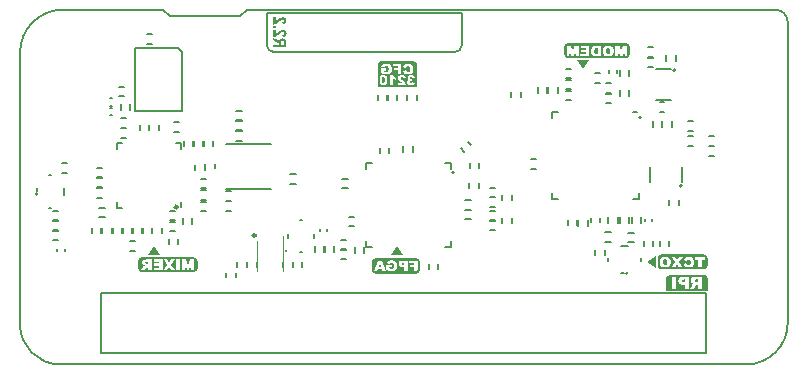
<source format=gbo>
G04*
G04 #@! TF.GenerationSoftware,Altium Limited,CircuitStudio,1.5.2 (30)*
G04*
G04 Layer_Color=52428*
%FSLAX25Y25*%
%MOIN*%
G70*
G01*
G75*
%ADD44C,0.00600*%
%ADD45C,0.00800*%
%ADD54C,0.00500*%
%ADD97C,0.00787*%
%ADD160C,0.00984*%
%ADD161C,0.00984*%
%ADD162C,0.00394*%
G36*
X1263476Y724381D02*
X1250476D01*
Y728781D01*
X1263476D01*
Y724381D01*
D02*
G37*
G36*
X1119925Y807967D02*
X1120015Y807922D01*
X1120106Y807877D01*
X1120184Y807831D01*
X1120255Y807792D01*
X1120320Y807754D01*
X1120378Y807721D01*
X1120475Y807663D01*
X1120547Y807618D01*
X1120598Y807579D01*
X1120631Y807559D01*
X1120637Y807553D01*
X1120708Y807494D01*
X1120780Y807430D01*
X1120845Y807365D01*
X1120897Y807306D01*
X1120942Y807255D01*
X1120974Y807209D01*
X1121000Y807183D01*
X1121007Y807170D01*
X1121045Y807332D01*
X1121097Y807469D01*
X1121162Y807592D01*
X1121233Y807689D01*
X1121292Y807767D01*
X1121344Y807825D01*
X1121383Y807857D01*
X1121389Y807870D01*
X1121395D01*
X1121525Y807955D01*
X1121661Y808019D01*
X1121797Y808065D01*
X1121927Y808091D01*
X1122043Y808110D01*
X1122095Y808117D01*
X1122141D01*
X1122173Y808123D01*
X1122225D01*
X1122374Y808117D01*
X1122503Y808097D01*
X1122627Y808071D01*
X1122730Y808045D01*
X1122808Y808013D01*
X1122873Y807987D01*
X1122912Y807967D01*
X1122925Y807961D01*
X1123028Y807896D01*
X1123113Y807825D01*
X1123184Y807760D01*
X1123236Y807695D01*
X1123281Y807637D01*
X1123314Y807592D01*
X1123326Y807559D01*
X1123333Y807546D01*
X1123352Y807494D01*
X1123372Y807436D01*
X1123404Y807306D01*
X1123424Y807170D01*
X1123443Y807034D01*
X1123450Y806911D01*
Y806853D01*
X1123456Y806808D01*
Y806769D01*
Y806736D01*
Y806717D01*
Y806710D01*
Y805181D01*
X1119076D01*
Y805907D01*
X1120903D01*
Y806049D01*
Y806140D01*
X1120897Y806211D01*
X1120890Y806276D01*
X1120877Y806328D01*
X1120871Y806367D01*
X1120858Y806393D01*
X1120851Y806406D01*
Y806412D01*
X1120832Y806458D01*
X1120799Y806497D01*
X1120741Y806561D01*
X1120715Y806587D01*
X1120689Y806607D01*
X1120676Y806620D01*
X1120670Y806626D01*
X1120644Y806646D01*
X1120605Y806672D01*
X1120566Y806704D01*
X1120521Y806730D01*
X1120411Y806795D01*
X1120300Y806859D01*
X1120197Y806918D01*
X1120151Y806944D01*
X1120112Y806970D01*
X1120080Y806989D01*
X1120054Y807002D01*
X1120035Y807015D01*
X1120028D01*
X1119076Y807533D01*
Y808408D01*
X1119925Y807967D01*
D02*
G37*
G36*
X1166376Y796181D02*
X1166676D01*
Y792381D01*
X1154076D01*
Y796181D01*
X1154376D01*
Y799981D01*
X1166376D01*
Y796181D01*
D02*
G37*
G36*
X1167376Y730281D02*
X1152376D01*
Y734481D01*
X1167376D01*
Y730281D01*
D02*
G37*
G36*
X1237376Y801881D02*
X1216576D01*
Y806081D01*
X1237376D01*
Y801881D01*
D02*
G37*
G36*
X1093176Y730781D02*
X1074476D01*
Y734581D01*
X1093176D01*
Y730781D01*
D02*
G37*
G36*
X1263176Y731581D02*
X1247676D01*
Y735581D01*
X1263176D01*
Y731581D01*
D02*
G37*
G36*
X1246576D02*
X1243576Y733581D01*
X1246576Y735581D01*
Y731581D01*
D02*
G37*
G36*
X1122432Y815147D02*
X1122588Y815115D01*
X1122730Y815070D01*
X1122853Y815018D01*
X1122957Y814959D01*
X1123003Y814933D01*
X1123035Y814914D01*
X1123061Y814895D01*
X1123080Y814882D01*
X1123093Y814875D01*
X1123100Y814869D01*
X1123164Y814810D01*
X1123223Y814752D01*
X1123268Y814687D01*
X1123314Y814616D01*
X1123352Y814545D01*
X1123378Y814473D01*
X1123424Y814337D01*
X1123450Y814208D01*
X1123456Y814156D01*
X1123463Y814104D01*
X1123469Y814065D01*
Y814039D01*
Y814020D01*
Y814013D01*
X1123463Y813923D01*
X1123456Y813832D01*
X1123417Y813670D01*
X1123372Y813527D01*
X1123314Y813411D01*
X1123255Y813313D01*
X1123223Y813281D01*
X1123203Y813249D01*
X1123184Y813223D01*
X1123164Y813203D01*
X1123158Y813197D01*
X1123151Y813190D01*
X1123087Y813132D01*
X1123022Y813087D01*
X1122866Y813002D01*
X1122704Y812938D01*
X1122549Y812892D01*
X1122471Y812873D01*
X1122400Y812853D01*
X1122335Y812847D01*
X1122283Y812834D01*
X1122238Y812827D01*
X1122205D01*
X1122180Y812821D01*
X1122173D01*
X1122082Y813508D01*
X1122205Y813521D01*
X1122309Y813540D01*
X1122400Y813566D01*
X1122478Y813599D01*
X1122549Y813638D01*
X1122601Y813676D01*
X1122646Y813722D01*
X1122685Y813767D01*
X1122711Y813812D01*
X1122730Y813851D01*
X1122756Y813929D01*
X1122763Y813955D01*
X1122769Y813981D01*
Y813994D01*
Y814000D01*
X1122763Y814072D01*
X1122743Y814143D01*
X1122724Y814201D01*
X1122698Y814247D01*
X1122666Y814285D01*
X1122646Y814311D01*
X1122627Y814331D01*
X1122620Y814337D01*
X1122562Y814383D01*
X1122491Y814415D01*
X1122419Y814435D01*
X1122348Y814454D01*
X1122283Y814460D01*
X1122231Y814467D01*
X1122186D01*
X1122089Y814460D01*
X1121992Y814441D01*
X1121901Y814415D01*
X1121823Y814389D01*
X1121752Y814363D01*
X1121700Y814337D01*
X1121668Y814318D01*
X1121655Y814311D01*
X1121616Y814285D01*
X1121570Y814253D01*
X1121467Y814175D01*
X1121357Y814085D01*
X1121240Y813987D01*
X1121130Y813897D01*
X1121078Y813858D01*
X1121039Y813819D01*
X1121007Y813793D01*
X1120981Y813767D01*
X1120961Y813754D01*
X1120955Y813748D01*
X1120838Y813644D01*
X1120722Y813553D01*
X1120618Y813463D01*
X1120521Y813385D01*
X1120423Y813313D01*
X1120339Y813255D01*
X1120261Y813197D01*
X1120190Y813151D01*
X1120125Y813106D01*
X1120074Y813067D01*
X1120022Y813041D01*
X1119983Y813015D01*
X1119950Y812996D01*
X1119931Y812990D01*
X1119918Y812976D01*
X1119911D01*
X1119763Y812912D01*
X1119613Y812860D01*
X1119471Y812815D01*
X1119348Y812789D01*
X1119238Y812769D01*
X1119192Y812756D01*
X1119153Y812750D01*
X1119121D01*
X1119095Y812743D01*
X1119076D01*
Y815160D01*
X1119853D01*
Y813787D01*
X1119937Y813832D01*
X1120009Y813877D01*
X1120035Y813897D01*
X1120061Y813916D01*
X1120074Y813923D01*
X1120080Y813929D01*
X1120138Y813974D01*
X1120210Y814033D01*
X1120287Y814104D01*
X1120372Y814175D01*
X1120449Y814240D01*
X1120514Y814298D01*
X1120540Y814318D01*
X1120560Y814337D01*
X1120566Y814344D01*
X1120572Y814350D01*
X1120715Y814473D01*
X1120845Y814577D01*
X1120955Y814668D01*
X1121052Y814739D01*
X1121123Y814791D01*
X1121182Y814830D01*
X1121214Y814849D01*
X1121227Y814856D01*
X1121324Y814908D01*
X1121415Y814959D01*
X1121499Y814998D01*
X1121577Y815031D01*
X1121642Y815050D01*
X1121687Y815070D01*
X1121719Y815082D01*
X1121732D01*
X1121830Y815108D01*
X1121920Y815128D01*
X1122011Y815141D01*
X1122089Y815154D01*
X1122160D01*
X1122212Y815160D01*
X1122348D01*
X1122432Y815147D01*
D02*
G37*
G36*
X1081176Y735781D02*
X1077176D01*
X1079176Y738781D01*
X1081176Y735781D01*
D02*
G37*
G36*
X1222176Y797781D02*
X1220176Y800781D01*
X1224176D01*
X1222176Y797781D01*
D02*
G37*
G36*
X1162176Y735781D02*
X1158176D01*
X1160176Y738781D01*
X1162176Y735781D01*
D02*
G37*
G36*
X1119918Y811583D02*
X1119076D01*
Y812270D01*
X1119918D01*
Y811583D01*
D02*
G37*
G36*
X1122432Y810961D02*
X1122588Y810929D01*
X1122730Y810884D01*
X1122853Y810832D01*
X1122957Y810773D01*
X1123003Y810747D01*
X1123035Y810728D01*
X1123061Y810709D01*
X1123080Y810696D01*
X1123093Y810689D01*
X1123100Y810683D01*
X1123164Y810624D01*
X1123223Y810566D01*
X1123268Y810501D01*
X1123314Y810430D01*
X1123352Y810359D01*
X1123378Y810287D01*
X1123424Y810151D01*
X1123450Y810022D01*
X1123456Y809970D01*
X1123463Y809918D01*
X1123469Y809879D01*
Y809853D01*
Y809834D01*
Y809827D01*
X1123463Y809737D01*
X1123456Y809646D01*
X1123417Y809484D01*
X1123372Y809341D01*
X1123314Y809225D01*
X1123255Y809127D01*
X1123223Y809095D01*
X1123203Y809063D01*
X1123184Y809037D01*
X1123164Y809017D01*
X1123158Y809011D01*
X1123151Y809004D01*
X1123087Y808946D01*
X1123022Y808901D01*
X1122866Y808816D01*
X1122704Y808752D01*
X1122549Y808706D01*
X1122471Y808687D01*
X1122400Y808667D01*
X1122335Y808661D01*
X1122283Y808648D01*
X1122238Y808641D01*
X1122205D01*
X1122180Y808635D01*
X1122173D01*
X1122082Y809322D01*
X1122205Y809335D01*
X1122309Y809354D01*
X1122400Y809380D01*
X1122478Y809412D01*
X1122549Y809451D01*
X1122601Y809490D01*
X1122646Y809536D01*
X1122685Y809581D01*
X1122711Y809626D01*
X1122730Y809665D01*
X1122756Y809743D01*
X1122763Y809769D01*
X1122769Y809795D01*
Y809808D01*
Y809814D01*
X1122763Y809886D01*
X1122743Y809957D01*
X1122724Y810015D01*
X1122698Y810061D01*
X1122666Y810099D01*
X1122646Y810125D01*
X1122627Y810145D01*
X1122620Y810151D01*
X1122562Y810197D01*
X1122491Y810229D01*
X1122419Y810248D01*
X1122348Y810268D01*
X1122283Y810274D01*
X1122231Y810281D01*
X1122186D01*
X1122089Y810274D01*
X1121992Y810255D01*
X1121901Y810229D01*
X1121823Y810203D01*
X1121752Y810177D01*
X1121700Y810151D01*
X1121668Y810132D01*
X1121655Y810125D01*
X1121616Y810099D01*
X1121570Y810067D01*
X1121467Y809989D01*
X1121357Y809898D01*
X1121240Y809801D01*
X1121130Y809711D01*
X1121078Y809672D01*
X1121039Y809633D01*
X1121007Y809607D01*
X1120981Y809581D01*
X1120961Y809568D01*
X1120955Y809562D01*
X1120838Y809458D01*
X1120722Y809367D01*
X1120618Y809276D01*
X1120521Y809199D01*
X1120423Y809127D01*
X1120339Y809069D01*
X1120261Y809011D01*
X1120190Y808965D01*
X1120125Y808920D01*
X1120074Y808881D01*
X1120022Y808855D01*
X1119983Y808829D01*
X1119950Y808810D01*
X1119931Y808803D01*
X1119918Y808790D01*
X1119911D01*
X1119763Y808726D01*
X1119613Y808674D01*
X1119471Y808628D01*
X1119348Y808603D01*
X1119238Y808583D01*
X1119192Y808570D01*
X1119153Y808564D01*
X1119121D01*
X1119095Y808557D01*
X1119076D01*
Y810974D01*
X1119853D01*
Y809601D01*
X1119937Y809646D01*
X1120009Y809691D01*
X1120035Y809711D01*
X1120061Y809730D01*
X1120074Y809737D01*
X1120080Y809743D01*
X1120138Y809788D01*
X1120210Y809847D01*
X1120287Y809918D01*
X1120372Y809989D01*
X1120449Y810054D01*
X1120514Y810112D01*
X1120540Y810132D01*
X1120560Y810151D01*
X1120566Y810158D01*
X1120572Y810164D01*
X1120715Y810287D01*
X1120845Y810391D01*
X1120955Y810482D01*
X1121052Y810553D01*
X1121123Y810605D01*
X1121182Y810644D01*
X1121214Y810663D01*
X1121227Y810670D01*
X1121324Y810721D01*
X1121415Y810773D01*
X1121499Y810812D01*
X1121577Y810845D01*
X1121642Y810864D01*
X1121687Y810884D01*
X1121719Y810896D01*
X1121732D01*
X1121830Y810922D01*
X1121920Y810942D01*
X1122011Y810955D01*
X1122089Y810968D01*
X1122160D01*
X1122212Y810974D01*
X1122348D01*
X1122432Y810961D01*
D02*
G37*
%LPC*%
G36*
X1158473Y734157D02*
X1158324D01*
X1158272Y734150D01*
X1158142Y734144D01*
X1158000Y734131D01*
X1157851Y734111D01*
X1157714Y734085D01*
X1157650Y734066D01*
X1157591Y734047D01*
X1157585D01*
X1157578Y734040D01*
X1157540Y734027D01*
X1157488Y734001D01*
X1157423Y733969D01*
X1157345Y733923D01*
X1157261Y733865D01*
X1157183Y733794D01*
X1157105Y733716D01*
X1157099Y733703D01*
X1157073Y733677D01*
X1157041Y733625D01*
X1156995Y733561D01*
X1156950Y733483D01*
X1156898Y733386D01*
X1156853Y733275D01*
X1156814Y733152D01*
X1157870Y732964D01*
Y732971D01*
X1157883Y732997D01*
X1157902Y733036D01*
X1157922Y733081D01*
X1157954Y733126D01*
X1157993Y733178D01*
X1158045Y733223D01*
X1158097Y733269D01*
X1158103Y733275D01*
X1158123Y733288D01*
X1158162Y733301D01*
X1158207Y733327D01*
X1158265Y733347D01*
X1158330Y733360D01*
X1158408Y733372D01*
X1158499Y733379D01*
X1158531D01*
X1158557Y733372D01*
X1158622Y733366D01*
X1158706Y733347D01*
X1158797Y733321D01*
X1158894Y733275D01*
X1158991Y733211D01*
X1159075Y733126D01*
X1159082Y733113D01*
X1159108Y733081D01*
X1159140Y733016D01*
X1159179Y732932D01*
X1159224Y732822D01*
X1159237Y732757D01*
X1159257Y732686D01*
X1159270Y732608D01*
X1159283Y732524D01*
X1159289Y732433D01*
Y732336D01*
Y732329D01*
Y732310D01*
Y732284D01*
X1159283Y732245D01*
Y732193D01*
X1159276Y732141D01*
X1159263Y732018D01*
X1159237Y731882D01*
X1159198Y731746D01*
X1159147Y731616D01*
X1159114Y731565D01*
X1159075Y731513D01*
X1159062Y731500D01*
X1159036Y731474D01*
X1158985Y731435D01*
X1158913Y731390D01*
X1158829Y731344D01*
X1158725Y731305D01*
X1158602Y731280D01*
X1158466Y731266D01*
X1158401D01*
X1158356Y731273D01*
X1158298Y731280D01*
X1158239Y731286D01*
X1158116Y731318D01*
X1158110D01*
X1158084Y731331D01*
X1158051Y731344D01*
X1158006Y731364D01*
X1157948Y731383D01*
X1157883Y731416D01*
X1157805Y731454D01*
X1157728Y731500D01*
Y731837D01*
X1158466D01*
Y732576D01*
X1156768D01*
Y731059D01*
X1156775Y731053D01*
X1156788Y731046D01*
X1156814Y731027D01*
X1156853Y731007D01*
X1156892Y730981D01*
X1156943Y730949D01*
X1157060Y730878D01*
X1157196Y730806D01*
X1157345Y730729D01*
X1157494Y730657D01*
X1157637Y730606D01*
X1157643D01*
X1157656Y730599D01*
X1157676Y730593D01*
X1157701Y730586D01*
X1157740Y730580D01*
X1157779Y730567D01*
X1157831Y730560D01*
X1157883Y730547D01*
X1158013Y730528D01*
X1158168Y730508D01*
X1158337Y730495D01*
X1158525Y730489D01*
X1158583D01*
X1158628Y730495D01*
X1158687D01*
X1158745Y730502D01*
X1158816Y730508D01*
X1158894Y730515D01*
X1159056Y730541D01*
X1159231Y730580D01*
X1159399Y730631D01*
X1159561Y730703D01*
X1159568D01*
X1159581Y730716D01*
X1159600Y730729D01*
X1159626Y730742D01*
X1159697Y730794D01*
X1159788Y730865D01*
X1159885Y730949D01*
X1159989Y731059D01*
X1160086Y731189D01*
X1160177Y731338D01*
Y731344D01*
X1160183Y731357D01*
X1160196Y731383D01*
X1160209Y731416D01*
X1160229Y731454D01*
X1160242Y731500D01*
X1160261Y731558D01*
X1160281Y731623D01*
X1160306Y731688D01*
X1160326Y731766D01*
X1160358Y731934D01*
X1160384Y732122D01*
X1160391Y732323D01*
Y732329D01*
Y732349D01*
Y732381D01*
X1160384Y732420D01*
Y732472D01*
X1160378Y732530D01*
X1160371Y732595D01*
X1160358Y732666D01*
X1160332Y732822D01*
X1160287Y732990D01*
X1160229Y733159D01*
X1160151Y733327D01*
Y733334D01*
X1160138Y733347D01*
X1160125Y733366D01*
X1160106Y733398D01*
X1160054Y733476D01*
X1159976Y733573D01*
X1159872Y733677D01*
X1159756Y733787D01*
X1159613Y733891D01*
X1159451Y733982D01*
X1159445D01*
X1159432Y733988D01*
X1159412Y734001D01*
X1159386Y734008D01*
X1159348Y734021D01*
X1159302Y734040D01*
X1159250Y734053D01*
X1159192Y734072D01*
X1159127Y734085D01*
X1159049Y734098D01*
X1158972Y734118D01*
X1158887Y734131D01*
X1158790Y734144D01*
X1158693Y734150D01*
X1158473Y734157D01*
D02*
G37*
G36*
X1167143Y734098D02*
X1164428D01*
Y733334D01*
X1166041D01*
Y732718D01*
X1164661D01*
Y731999D01*
X1166041D01*
Y730547D01*
X1167143D01*
Y734098D01*
D02*
G37*
G36*
X1078531Y734457D02*
X1076575D01*
X1076529Y734450D01*
X1076412Y734444D01*
X1076289Y734437D01*
X1076160Y734418D01*
X1076037Y734398D01*
X1075926Y734366D01*
X1075914Y734359D01*
X1075881Y734346D01*
X1075829Y734327D01*
X1075771Y734295D01*
X1075700Y734249D01*
X1075628Y734191D01*
X1075557Y734126D01*
X1075492Y734042D01*
X1075486Y734029D01*
X1075466Y734003D01*
X1075441Y733951D01*
X1075408Y733880D01*
X1075376Y733796D01*
X1075350Y733698D01*
X1075330Y733588D01*
X1075324Y733465D01*
Y733452D01*
Y733413D01*
X1075330Y733361D01*
X1075337Y733290D01*
X1075356Y733212D01*
X1075376Y733128D01*
X1075408Y733038D01*
X1075453Y732953D01*
X1075460Y732947D01*
X1075473Y732921D01*
X1075505Y732882D01*
X1075544Y732830D01*
X1075596Y732778D01*
X1075654Y732720D01*
X1075726Y732662D01*
X1075803Y732610D01*
X1075810Y732603D01*
X1075829Y732597D01*
X1075862Y732577D01*
X1075900Y732558D01*
X1075959Y732539D01*
X1076024Y732513D01*
X1076101Y732493D01*
X1076186Y732467D01*
X1076179D01*
X1076153Y732454D01*
X1076121Y732441D01*
X1076075Y732428D01*
X1075985Y732383D01*
X1075939Y732364D01*
X1075900Y732338D01*
X1075888Y732331D01*
X1075875Y732318D01*
X1075855Y732299D01*
X1075829Y732273D01*
X1075803Y732240D01*
X1075764Y732202D01*
X1075726Y732150D01*
X1075719Y732143D01*
X1075706Y732124D01*
X1075687Y732098D01*
X1075661Y732072D01*
X1075609Y731994D01*
X1075589Y731962D01*
X1075570Y731929D01*
X1075032Y730906D01*
X1076276D01*
X1076866Y731988D01*
X1076873Y731994D01*
X1076886Y732020D01*
X1076905Y732059D01*
X1076931Y732098D01*
X1076996Y732189D01*
X1077034Y732228D01*
X1077067Y732260D01*
X1077073Y732266D01*
X1077086Y732273D01*
X1077112Y732286D01*
X1077145Y732305D01*
X1077184Y732318D01*
X1077229Y732331D01*
X1077281Y732338D01*
X1077339Y732344D01*
X1077430D01*
Y730906D01*
X1078531D01*
Y734457D01*
D02*
G37*
G36*
X1092619D02*
X1091174D01*
X1090623Y732292D01*
X1090066Y734457D01*
X1088621D01*
Y730906D01*
X1089522D01*
Y733614D01*
X1090215Y730906D01*
X1091031D01*
X1091718Y733614D01*
Y730906D01*
X1092619D01*
Y734457D01*
D02*
G37*
G36*
X1087876D02*
X1086774D01*
Y730906D01*
X1087876D01*
Y734457D01*
D02*
G37*
G36*
X1082128D02*
X1079186D01*
Y733698D01*
X1081026D01*
Y733135D01*
X1079322D01*
Y732409D01*
X1081026D01*
Y731709D01*
X1079134D01*
Y730906D01*
X1082128D01*
Y734457D01*
D02*
G37*
G36*
X1155736Y795928D02*
X1155682D01*
X1155622Y795922D01*
X1155544Y795916D01*
X1155459Y795910D01*
X1155369Y795892D01*
X1155279Y795874D01*
X1155195Y795844D01*
X1155183Y795838D01*
X1155159Y795832D01*
X1155117Y795808D01*
X1155069Y795784D01*
X1155015Y795753D01*
X1154955Y795717D01*
X1154900Y795675D01*
X1154846Y795627D01*
X1154840Y795621D01*
X1154822Y795603D01*
X1154798Y795579D01*
X1154768Y795543D01*
X1154732Y795507D01*
X1154696Y795459D01*
X1154630Y795351D01*
X1154624Y795345D01*
X1154618Y795327D01*
X1154600Y795297D01*
X1154582Y795255D01*
X1154564Y795207D01*
X1154546Y795147D01*
X1154522Y795086D01*
X1154504Y795014D01*
Y795008D01*
X1154498Y794996D01*
X1154492Y794978D01*
X1154486Y794948D01*
X1154480Y794918D01*
X1154474Y794876D01*
X1154456Y794780D01*
X1154438Y794666D01*
X1154420Y794539D01*
X1154414Y794395D01*
X1154408Y794251D01*
Y794239D01*
Y794209D01*
Y794167D01*
X1154414Y794107D01*
X1154420Y794029D01*
X1154426Y793945D01*
X1154432Y793854D01*
X1154444Y793752D01*
X1154480Y793536D01*
X1154534Y793320D01*
X1154570Y793217D01*
X1154612Y793115D01*
X1154660Y793025D01*
X1154714Y792941D01*
X1154720Y792935D01*
X1154726Y792923D01*
X1154744Y792905D01*
X1154774Y792875D01*
X1154810Y792845D01*
X1154852Y792809D01*
X1154900Y792773D01*
X1154961Y792736D01*
X1155027Y792694D01*
X1155105Y792658D01*
X1155189Y792622D01*
X1155285Y792592D01*
X1155387Y792562D01*
X1155501Y792544D01*
X1155628Y792532D01*
X1155760Y792526D01*
X1155832D01*
X1155868Y792532D01*
X1155904D01*
X1156000Y792544D01*
X1156108Y792556D01*
X1156223Y792580D01*
X1156337Y792616D01*
X1156439Y792658D01*
X1156451Y792664D01*
X1156481Y792682D01*
X1156529Y792712D01*
X1156583Y792755D01*
X1156655Y792809D01*
X1156721Y792875D01*
X1156794Y792953D01*
X1156860Y793043D01*
X1156866Y793049D01*
X1156878Y793079D01*
X1156902Y793115D01*
X1156926Y793175D01*
X1156956Y793241D01*
X1156986Y793326D01*
X1157016Y793428D01*
X1157040Y793536D01*
Y793542D01*
Y793548D01*
X1157046Y793566D01*
X1157052Y793590D01*
X1157058Y793656D01*
X1157070Y793746D01*
X1157082Y793848D01*
X1157094Y793969D01*
X1157100Y794101D01*
X1157106Y794239D01*
Y794251D01*
Y794281D01*
Y794329D01*
X1157100Y794389D01*
X1157094Y794467D01*
X1157088Y794558D01*
X1157076Y794654D01*
X1157064Y794756D01*
X1157022Y794972D01*
X1156962Y795189D01*
X1156926Y795291D01*
X1156878Y795387D01*
X1156830Y795471D01*
X1156770Y795549D01*
X1156764Y795555D01*
X1156752Y795567D01*
X1156734Y795585D01*
X1156703Y795609D01*
X1156667Y795639D01*
X1156625Y795669D01*
X1156571Y795706D01*
X1156511Y795742D01*
X1156445Y795772D01*
X1156367Y795808D01*
X1156283Y795838D01*
X1156193Y795868D01*
X1156091Y795892D01*
X1155982Y795910D01*
X1155862Y795922D01*
X1155736Y795928D01*
D02*
G37*
G36*
X1161920D02*
X1161842D01*
X1161800Y795922D01*
X1161752D01*
X1161644Y795916D01*
X1161524Y795898D01*
X1161397Y795880D01*
X1161277Y795850D01*
X1161169Y795814D01*
X1161163D01*
X1161157Y795808D01*
X1161127Y795796D01*
X1161073Y795766D01*
X1161013Y795729D01*
X1160946Y795681D01*
X1160874Y795627D01*
X1160802Y795555D01*
X1160742Y795477D01*
X1160736Y795465D01*
X1160718Y795435D01*
X1160694Y795393D01*
X1160664Y795327D01*
X1160634Y795255D01*
X1160610Y795165D01*
X1160592Y795068D01*
X1160586Y794966D01*
Y794960D01*
Y794954D01*
Y794936D01*
Y794918D01*
X1160598Y794858D01*
X1160610Y794780D01*
X1160628Y794696D01*
X1160664Y794594D01*
X1160706Y794491D01*
X1160766Y794389D01*
X1160772Y794377D01*
X1160802Y794341D01*
X1160844Y794287D01*
X1160911Y794215D01*
X1161001Y794125D01*
X1161055Y794077D01*
X1161109Y794023D01*
X1161175Y793969D01*
X1161247Y793909D01*
X1161325Y793848D01*
X1161409Y793788D01*
X1161421Y793782D01*
X1161451Y793758D01*
X1161500Y793722D01*
X1161560Y793680D01*
X1161620Y793638D01*
X1161686Y793596D01*
X1161740Y793554D01*
X1161782Y793518D01*
X1161788Y793512D01*
X1161800Y793506D01*
X1161818Y793488D01*
X1161842Y793470D01*
X1161908Y793404D01*
X1161998Y793326D01*
X1160562D01*
Y792580D01*
X1163315D01*
Y792586D01*
Y792598D01*
X1163309Y792622D01*
X1163303Y792646D01*
X1163297Y792682D01*
X1163290Y792725D01*
X1163260Y792827D01*
X1163224Y792941D01*
X1163176Y793067D01*
X1163110Y793205D01*
X1163032Y793337D01*
X1163026Y793343D01*
X1163020Y793356D01*
X1163008Y793374D01*
X1162984Y793404D01*
X1162954Y793434D01*
X1162924Y793476D01*
X1162876Y793524D01*
X1162828Y793578D01*
X1162774Y793638D01*
X1162708Y793704D01*
X1162635Y793770D01*
X1162551Y793848D01*
X1162461Y793926D01*
X1162359Y794011D01*
X1162251Y794095D01*
X1162131Y794185D01*
X1162125Y794191D01*
X1162113Y794197D01*
X1162094Y794215D01*
X1162064Y794233D01*
X1161998Y794287D01*
X1161914Y794353D01*
X1161830Y794431D01*
X1161740Y794503D01*
X1161668Y794576D01*
X1161638Y794612D01*
X1161614Y794642D01*
X1161608Y794648D01*
X1161596Y794666D01*
X1161578Y794696D01*
X1161553Y794738D01*
X1161535Y794780D01*
X1161518Y794834D01*
X1161506Y794882D01*
X1161500Y794936D01*
Y794942D01*
Y794960D01*
X1161506Y794990D01*
X1161512Y795026D01*
X1161530Y795068D01*
X1161547Y795111D01*
X1161578Y795153D01*
X1161614Y795195D01*
X1161620Y795201D01*
X1161632Y795213D01*
X1161656Y795231D01*
X1161692Y795249D01*
X1161734Y795267D01*
X1161782Y795285D01*
X1161836Y795297D01*
X1161896Y795303D01*
X1161926D01*
X1161956Y795297D01*
X1161998Y795291D01*
X1162040Y795273D01*
X1162088Y795255D01*
X1162136Y795225D01*
X1162185Y795189D01*
X1162191Y795183D01*
X1162203Y795171D01*
X1162221Y795141D01*
X1162245Y795098D01*
X1162269Y795044D01*
X1162293Y794978D01*
X1162311Y794900D01*
X1162329Y794804D01*
X1163248Y794876D01*
Y794882D01*
Y794894D01*
X1163242Y794912D01*
X1163236Y794942D01*
X1163224Y795008D01*
X1163206Y795098D01*
X1163176Y795195D01*
X1163146Y795291D01*
X1163104Y795387D01*
X1163056Y795477D01*
X1163050Y795489D01*
X1163032Y795513D01*
X1162996Y795549D01*
X1162948Y795597D01*
X1162894Y795651D01*
X1162822Y795706D01*
X1162743Y795760D01*
X1162647Y795808D01*
X1162641D01*
X1162635Y795814D01*
X1162599Y795826D01*
X1162539Y795844D01*
X1162455Y795868D01*
X1162353Y795892D01*
X1162227Y795910D01*
X1162082Y795922D01*
X1161920Y795928D01*
D02*
G37*
G36*
X1156685Y799757D02*
X1156536D01*
X1156484Y799750D01*
X1156355Y799744D01*
X1156212Y799731D01*
X1156063Y799711D01*
X1155927Y799685D01*
X1155862Y799666D01*
X1155804Y799647D01*
X1155797D01*
X1155791Y799640D01*
X1155752Y799627D01*
X1155700Y799601D01*
X1155636Y799569D01*
X1155558Y799523D01*
X1155474Y799465D01*
X1155396Y799394D01*
X1155318Y799316D01*
X1155311Y799303D01*
X1155285Y799277D01*
X1155253Y799225D01*
X1155208Y799160D01*
X1155162Y799083D01*
X1155111Y798985D01*
X1155065Y798875D01*
X1155026Y798752D01*
X1156083Y798564D01*
Y798571D01*
X1156096Y798597D01*
X1156115Y798636D01*
X1156134Y798681D01*
X1156167Y798726D01*
X1156206Y798778D01*
X1156258Y798823D01*
X1156309Y798869D01*
X1156316Y798875D01*
X1156335Y798888D01*
X1156374Y798901D01*
X1156419Y798927D01*
X1156478Y798947D01*
X1156543Y798960D01*
X1156620Y798973D01*
X1156711Y798979D01*
X1156744D01*
X1156769Y798973D01*
X1156834Y798966D01*
X1156919Y798947D01*
X1157009Y798921D01*
X1157106Y798875D01*
X1157204Y798810D01*
X1157288Y798726D01*
X1157294Y798713D01*
X1157320Y798681D01*
X1157353Y798616D01*
X1157391Y798532D01*
X1157437Y798422D01*
X1157450Y798357D01*
X1157469Y798286D01*
X1157482Y798208D01*
X1157495Y798124D01*
X1157502Y798033D01*
Y797936D01*
Y797929D01*
Y797910D01*
Y797884D01*
X1157495Y797845D01*
Y797793D01*
X1157489Y797741D01*
X1157476Y797618D01*
X1157450Y797482D01*
X1157411Y797346D01*
X1157359Y797216D01*
X1157327Y797165D01*
X1157288Y797113D01*
X1157275Y797100D01*
X1157249Y797074D01*
X1157197Y797035D01*
X1157126Y796990D01*
X1157042Y796944D01*
X1156938Y796905D01*
X1156815Y796879D01*
X1156679Y796867D01*
X1156614D01*
X1156569Y796873D01*
X1156510Y796879D01*
X1156452Y796886D01*
X1156329Y796918D01*
X1156322D01*
X1156296Y796931D01*
X1156264Y796944D01*
X1156219Y796964D01*
X1156160Y796983D01*
X1156096Y797016D01*
X1156018Y797054D01*
X1155940Y797100D01*
Y797437D01*
X1156679D01*
Y798175D01*
X1154981D01*
Y796659D01*
X1154988Y796653D01*
X1155000Y796646D01*
X1155026Y796627D01*
X1155065Y796607D01*
X1155104Y796581D01*
X1155156Y796549D01*
X1155273Y796478D01*
X1155409Y796407D01*
X1155558Y796329D01*
X1155707Y796257D01*
X1155849Y796206D01*
X1155856D01*
X1155869Y796199D01*
X1155888Y796193D01*
X1155914Y796186D01*
X1155944Y796181D01*
X1157448D01*
X1157612Y796232D01*
X1157774Y796303D01*
X1157780D01*
X1157793Y796316D01*
X1157813Y796329D01*
X1157839Y796342D01*
X1157910Y796393D01*
X1158001Y796465D01*
X1158098Y796549D01*
X1158202Y796659D01*
X1158299Y796789D01*
X1158389Y796938D01*
Y796944D01*
X1158396Y796957D01*
X1158409Y796983D01*
X1158422Y797016D01*
X1158441Y797054D01*
X1158454Y797100D01*
X1158474Y797158D01*
X1158493Y797223D01*
X1158519Y797288D01*
X1158539Y797366D01*
X1158571Y797534D01*
X1158597Y797722D01*
X1158603Y797923D01*
Y797929D01*
Y797949D01*
Y797981D01*
X1158597Y798020D01*
Y798072D01*
X1158590Y798130D01*
X1158584Y798195D01*
X1158571Y798266D01*
X1158545Y798422D01*
X1158500Y798590D01*
X1158441Y798759D01*
X1158364Y798927D01*
Y798934D01*
X1158351Y798947D01*
X1158338Y798966D01*
X1158318Y798998D01*
X1158266Y799076D01*
X1158189Y799173D01*
X1158085Y799277D01*
X1157968Y799387D01*
X1157826Y799491D01*
X1157664Y799582D01*
X1157657D01*
X1157644Y799588D01*
X1157625Y799601D01*
X1157599Y799608D01*
X1157560Y799620D01*
X1157515Y799640D01*
X1157463Y799653D01*
X1157405Y799672D01*
X1157340Y799685D01*
X1157262Y799698D01*
X1157184Y799718D01*
X1157100Y799731D01*
X1157003Y799744D01*
X1156906Y799750D01*
X1156685Y799757D01*
D02*
G37*
G36*
X1165015Y795928D02*
X1164955D01*
X1164907Y795922D01*
X1164853D01*
X1164793Y795916D01*
X1164727Y795910D01*
X1164655Y795898D01*
X1164499Y795868D01*
X1164348Y795826D01*
X1164198Y795766D01*
X1164138Y795729D01*
X1164078Y795687D01*
X1164072D01*
X1164066Y795675D01*
X1164030Y795645D01*
X1163988Y795591D01*
X1163933Y795519D01*
X1163879Y795435D01*
X1163831Y795333D01*
X1163801Y795213D01*
X1163795Y795147D01*
X1163789Y795080D01*
Y795068D01*
Y795044D01*
X1163795Y795002D01*
X1163801Y794954D01*
X1163819Y794894D01*
X1163837Y794828D01*
X1163867Y794762D01*
X1163910Y794696D01*
X1163916Y794690D01*
X1163933Y794666D01*
X1163958Y794636D01*
X1163994Y794594D01*
X1164042Y794552D01*
X1164102Y794497D01*
X1164174Y794443D01*
X1164258Y794395D01*
X1164252D01*
X1164228Y794389D01*
X1164192Y794377D01*
X1164150Y794365D01*
X1164060Y794329D01*
X1164012Y794311D01*
X1163970Y794287D01*
X1163964Y794281D01*
X1163945Y794269D01*
X1163916Y794245D01*
X1163879Y794215D01*
X1163837Y794179D01*
X1163795Y794131D01*
X1163753Y794077D01*
X1163717Y794017D01*
X1163711Y794011D01*
X1163699Y793987D01*
X1163687Y793951D01*
X1163669Y793909D01*
X1163651Y793848D01*
X1163633Y793782D01*
X1163627Y793710D01*
X1163621Y793626D01*
Y793620D01*
Y793614D01*
Y793578D01*
X1163627Y793524D01*
X1163639Y793452D01*
X1163657Y793362D01*
X1163687Y793271D01*
X1163723Y793175D01*
X1163777Y793073D01*
X1163783Y793061D01*
X1163807Y793031D01*
X1163837Y792983D01*
X1163885Y792923D01*
X1163951Y792857D01*
X1164024Y792791D01*
X1164108Y792725D01*
X1164210Y792664D01*
X1164216D01*
X1164222Y792658D01*
X1164240Y792652D01*
X1164264Y792640D01*
X1164288Y792634D01*
X1164324Y792622D01*
X1164408Y792598D01*
X1164517Y792568D01*
X1164643Y792550D01*
X1164793Y792532D01*
X1164955Y792526D01*
X1165027D01*
X1165063Y792532D01*
X1165112D01*
X1165208Y792538D01*
X1165322Y792550D01*
X1165442Y792568D01*
X1165556Y792592D01*
X1165664Y792628D01*
X1165676Y792634D01*
X1165707Y792646D01*
X1165755Y792670D01*
X1165815Y792706D01*
X1165881Y792748D01*
X1165953Y792803D01*
X1166025Y792863D01*
X1166091Y792935D01*
X1166097Y792947D01*
X1166121Y792971D01*
X1166151Y793013D01*
X1166187Y793073D01*
X1166229Y793151D01*
X1166265Y793235D01*
X1166308Y793337D01*
X1166343Y793446D01*
X1165430Y793572D01*
Y793560D01*
X1165418Y793530D01*
X1165406Y793482D01*
X1165388Y793422D01*
X1165340Y793295D01*
X1165304Y793235D01*
X1165268Y793187D01*
X1165262Y793181D01*
X1165250Y793169D01*
X1165220Y793157D01*
X1165190Y793139D01*
X1165147Y793115D01*
X1165093Y793103D01*
X1165039Y793091D01*
X1164973Y793085D01*
X1164943D01*
X1164907Y793091D01*
X1164865Y793103D01*
X1164817Y793115D01*
X1164763Y793139D01*
X1164715Y793175D01*
X1164667Y793217D01*
X1164661Y793223D01*
X1164649Y793241D01*
X1164625Y793271D01*
X1164601Y793314D01*
X1164583Y793362D01*
X1164559Y793428D01*
X1164546Y793500D01*
X1164540Y793578D01*
Y793590D01*
Y793614D01*
X1164546Y793656D01*
X1164552Y793710D01*
X1164571Y793764D01*
X1164589Y793824D01*
X1164619Y793878D01*
X1164661Y793932D01*
X1164667Y793938D01*
X1164685Y793951D01*
X1164709Y793975D01*
X1164745Y793999D01*
X1164793Y794017D01*
X1164847Y794041D01*
X1164913Y794053D01*
X1164985Y794059D01*
X1165027D01*
X1165063Y794053D01*
X1165106Y794047D01*
X1165154Y794035D01*
X1165214Y794023D01*
X1165280Y794005D01*
X1165238Y794654D01*
X1165196D01*
X1165154Y794648D01*
X1165087D01*
X1165051Y794654D01*
X1165009Y794660D01*
X1164967Y794672D01*
X1164913Y794696D01*
X1164865Y794720D01*
X1164817Y794756D01*
X1164811Y794762D01*
X1164799Y794774D01*
X1164775Y794798D01*
X1164751Y794834D01*
X1164733Y794870D01*
X1164709Y794918D01*
X1164697Y794972D01*
X1164691Y795026D01*
Y795032D01*
Y795050D01*
X1164697Y795080D01*
X1164703Y795111D01*
X1164715Y795153D01*
X1164727Y795189D01*
X1164751Y795231D01*
X1164781Y795267D01*
X1164787Y795273D01*
X1164799Y795279D01*
X1164817Y795297D01*
X1164847Y795315D01*
X1164883Y795327D01*
X1164925Y795345D01*
X1164973Y795351D01*
X1165033Y795357D01*
X1165057D01*
X1165087Y795351D01*
X1165129Y795345D01*
X1165172Y795333D01*
X1165214Y795315D01*
X1165256Y795291D01*
X1165298Y795255D01*
X1165304Y795249D01*
X1165316Y795237D01*
X1165328Y795213D01*
X1165352Y795177D01*
X1165370Y795128D01*
X1165394Y795074D01*
X1165412Y795002D01*
X1165430Y794918D01*
X1166295Y795068D01*
Y795074D01*
X1166289Y795086D01*
X1166283Y795111D01*
X1166277Y795134D01*
X1166259Y795171D01*
X1166247Y795213D01*
X1166205Y795303D01*
X1166151Y795405D01*
X1166079Y795513D01*
X1165995Y795615D01*
X1165887Y795706D01*
X1165881D01*
X1165875Y795717D01*
X1165857Y795723D01*
X1165827Y795742D01*
X1165797Y795760D01*
X1165761Y795778D01*
X1165713Y795796D01*
X1165658Y795820D01*
X1165604Y795838D01*
X1165538Y795856D01*
X1165466Y795874D01*
X1165388Y795892D01*
X1165304Y795910D01*
X1165214Y795916D01*
X1165015Y795928D01*
D02*
G37*
G36*
X1161772Y799698D02*
X1159057D01*
Y798934D01*
X1160670D01*
Y798318D01*
X1159290D01*
Y797599D01*
X1160670D01*
Y796181D01*
X1161772D01*
Y799698D01*
D02*
G37*
G36*
X1155148Y734098D02*
X1153943D01*
X1152608Y730547D01*
X1153762D01*
X1153937Y731131D01*
X1155181D01*
X1155356Y730547D01*
X1156477D01*
X1155148Y734098D01*
D02*
G37*
G36*
X1163845D02*
X1161965D01*
X1161926Y734092D01*
X1161875D01*
X1161816Y734085D01*
X1161687Y734066D01*
X1161544Y734027D01*
X1161395Y733975D01*
X1161253Y733910D01*
X1161188Y733865D01*
X1161129Y733813D01*
X1161123D01*
X1161117Y733800D01*
X1161104Y733781D01*
X1161084Y733761D01*
X1161032Y733697D01*
X1160980Y733606D01*
X1160929Y733489D01*
X1160877Y733353D01*
X1160844Y733191D01*
X1160831Y733107D01*
Y733010D01*
Y733003D01*
Y732984D01*
Y732958D01*
X1160838Y732919D01*
Y732874D01*
X1160851Y732822D01*
X1160870Y732705D01*
X1160909Y732569D01*
X1160968Y732427D01*
X1161006Y732355D01*
X1161045Y732290D01*
X1161097Y732226D01*
X1161155Y732167D01*
X1161162D01*
X1161168Y732154D01*
X1161188Y732141D01*
X1161214Y732122D01*
X1161253Y732096D01*
X1161292Y732070D01*
X1161343Y732044D01*
X1161402Y732018D01*
X1161466Y731992D01*
X1161538Y731966D01*
X1161622Y731940D01*
X1161713Y731915D01*
X1161810Y731895D01*
X1161914Y731882D01*
X1162024Y731876D01*
X1162147Y731869D01*
X1162743D01*
Y730547D01*
X1163845D01*
Y734098D01*
D02*
G37*
G36*
X1163975Y799757D02*
X1163910D01*
X1163865Y799750D01*
X1163807D01*
X1163742Y799744D01*
X1163671Y799737D01*
X1163593Y799724D01*
X1163418Y799692D01*
X1163243Y799640D01*
X1163074Y799575D01*
X1162997Y799530D01*
X1162919Y799484D01*
X1162912D01*
X1162900Y799472D01*
X1162880Y799459D01*
X1162854Y799433D01*
X1162822Y799407D01*
X1162783Y799368D01*
X1162744Y799329D01*
X1162699Y799277D01*
X1162653Y799225D01*
X1162608Y799160D01*
X1162556Y799096D01*
X1162511Y799018D01*
X1162465Y798934D01*
X1162420Y798849D01*
X1162381Y798752D01*
X1162342Y798649D01*
X1163314Y798435D01*
Y798441D01*
X1163321Y798461D01*
X1163334Y798493D01*
X1163347Y798525D01*
X1163385Y798603D01*
X1163405Y798636D01*
X1163424Y798668D01*
X1163431Y798674D01*
X1163437Y798687D01*
X1163463Y798713D01*
X1163489Y798739D01*
X1163560Y798804D01*
X1163651Y798862D01*
X1163658Y798869D01*
X1163671Y798875D01*
X1163703Y798888D01*
X1163735Y798901D01*
X1163781Y798914D01*
X1163833Y798921D01*
X1163891Y798934D01*
X1163988D01*
X1164008Y798927D01*
X1164079Y798921D01*
X1164163Y798895D01*
X1164254Y798862D01*
X1164351Y798804D01*
X1164442Y798733D01*
X1164481Y798681D01*
X1164520Y798629D01*
X1164526Y798616D01*
X1164546Y798590D01*
X1164565Y798532D01*
X1164591Y798461D01*
X1164623Y798363D01*
X1164643Y798247D01*
X1164662Y798104D01*
X1164669Y797936D01*
Y797929D01*
Y797910D01*
Y797877D01*
Y797838D01*
X1164662Y797793D01*
Y797735D01*
X1164649Y797612D01*
X1164623Y797482D01*
X1164597Y797346D01*
X1164552Y797223D01*
X1164526Y797171D01*
X1164494Y797126D01*
X1164487Y797119D01*
X1164461Y797093D01*
X1164416Y797061D01*
X1164364Y797022D01*
X1164293Y796977D01*
X1164202Y796944D01*
X1164105Y796918D01*
X1163988Y796912D01*
X1163936D01*
X1163878Y796918D01*
X1163807Y796931D01*
X1163729Y796957D01*
X1163651Y796983D01*
X1163573Y797028D01*
X1163509Y797087D01*
X1163502Y797093D01*
X1163483Y797119D01*
X1163450Y797158D01*
X1163418Y797216D01*
X1163379Y797288D01*
X1163340Y797378D01*
X1163301Y797482D01*
X1163269Y797605D01*
X1162310Y797307D01*
Y797301D01*
X1162316Y797288D01*
X1162323Y797268D01*
X1162329Y797242D01*
X1162349Y797165D01*
X1162388Y797074D01*
X1162426Y796964D01*
X1162485Y796854D01*
X1162543Y796743D01*
X1162621Y796633D01*
X1162627Y796620D01*
X1162660Y796588D01*
X1162705Y796543D01*
X1162764Y796478D01*
X1162841Y796413D01*
X1162926Y796348D01*
X1163029Y796283D01*
X1163139Y796225D01*
X1163146D01*
X1163152Y796218D01*
X1163172Y796212D01*
X1163191Y796206D01*
X1163258Y796181D01*
X1164655D01*
X1164727Y796199D01*
X1164876Y796251D01*
X1164882D01*
X1164889Y796257D01*
X1164908Y796270D01*
X1164934Y796283D01*
X1165006Y796329D01*
X1165090Y796387D01*
X1165187Y796471D01*
X1165297Y796568D01*
X1165401Y796692D01*
X1165504Y796841D01*
Y796847D01*
X1165518Y796860D01*
X1165530Y796886D01*
X1165543Y796918D01*
X1165563Y796957D01*
X1165589Y797009D01*
X1165615Y797067D01*
X1165634Y797139D01*
X1165660Y797210D01*
X1165686Y797294D01*
X1165705Y797385D01*
X1165731Y797482D01*
X1165744Y797586D01*
X1165757Y797696D01*
X1165770Y797929D01*
Y797942D01*
Y797968D01*
X1165764Y798013D01*
Y798072D01*
X1165757Y798150D01*
X1165744Y798234D01*
X1165731Y798324D01*
X1165712Y798428D01*
X1165686Y798538D01*
X1165654Y798649D01*
X1165621Y798759D01*
X1165576Y798875D01*
X1165518Y798985D01*
X1165459Y799089D01*
X1165388Y799193D01*
X1165304Y799284D01*
X1165297Y799290D01*
X1165284Y799303D01*
X1165252Y799329D01*
X1165219Y799355D01*
X1165168Y799394D01*
X1165109Y799433D01*
X1165044Y799478D01*
X1164960Y799523D01*
X1164876Y799562D01*
X1164772Y799608D01*
X1164662Y799647D01*
X1164546Y799685D01*
X1164416Y799711D01*
X1164280Y799737D01*
X1164131Y799750D01*
X1163975Y799757D01*
D02*
G37*
G36*
X1158855Y795928D02*
X1158098D01*
Y792580D01*
X1159023D01*
Y794768D01*
X1159035Y794762D01*
X1159059Y794738D01*
X1159107Y794708D01*
X1159162Y794666D01*
X1159228Y794624D01*
X1159306Y794576D01*
X1159384Y794527D01*
X1159462Y794485D01*
X1159474Y794479D01*
X1159498Y794467D01*
X1159546Y794449D01*
X1159606Y794425D01*
X1159684Y794395D01*
X1159769Y794359D01*
X1159871Y794329D01*
X1159985Y794293D01*
Y795038D01*
X1159979D01*
X1159967Y795044D01*
X1159943Y795056D01*
X1159907Y795062D01*
X1159871Y795080D01*
X1159823Y795098D01*
X1159721Y795141D01*
X1159606Y795195D01*
X1159486Y795255D01*
X1159366Y795321D01*
X1159264Y795399D01*
X1159258D01*
X1159252Y795411D01*
X1159222Y795435D01*
X1159174Y795483D01*
X1159114Y795549D01*
X1159047Y795621D01*
X1158981Y795712D01*
X1158915Y795814D01*
X1158855Y795928D01*
D02*
G37*
G36*
X1086236Y734457D02*
X1085024D01*
X1084402Y733361D01*
X1083787Y734457D01*
X1082588D01*
X1083696Y732733D01*
X1082484Y730906D01*
X1083715D01*
X1084422Y732046D01*
X1085122Y730906D01*
X1086346D01*
X1085122Y732752D01*
X1086236Y734457D01*
D02*
G37*
G36*
X1262978Y735298D02*
X1259641D01*
Y734423D01*
X1260762D01*
Y731747D01*
X1261857D01*
Y734423D01*
X1262978D01*
Y735298D01*
D02*
G37*
G36*
X1257477Y735357D02*
X1257412D01*
X1257366Y735350D01*
X1257308D01*
X1257243Y735344D01*
X1257172Y735337D01*
X1257094Y735324D01*
X1256919Y735292D01*
X1256744Y735240D01*
X1256576Y735175D01*
X1256498Y735130D01*
X1256420Y735084D01*
X1256414D01*
X1256401Y735072D01*
X1256381Y735058D01*
X1256355Y735033D01*
X1256323Y735007D01*
X1256284Y734968D01*
X1256245Y734929D01*
X1256200Y734877D01*
X1256155Y734825D01*
X1256109Y734761D01*
X1256057Y734696D01*
X1256012Y734618D01*
X1255967Y734534D01*
X1255921Y734449D01*
X1255882Y734352D01*
X1255844Y734248D01*
X1256816Y734035D01*
Y734041D01*
X1256822Y734061D01*
X1256835Y734093D01*
X1256848Y734125D01*
X1256887Y734203D01*
X1256906Y734236D01*
X1256926Y734268D01*
X1256932Y734274D01*
X1256939Y734287D01*
X1256965Y734313D01*
X1256991Y734339D01*
X1257062Y734404D01*
X1257152Y734462D01*
X1257159Y734469D01*
X1257172Y734475D01*
X1257204Y734488D01*
X1257237Y734501D01*
X1257282Y734514D01*
X1257334Y734521D01*
X1257392Y734534D01*
X1257489D01*
X1257509Y734527D01*
X1257580Y734521D01*
X1257664Y734495D01*
X1257755Y734462D01*
X1257852Y734404D01*
X1257943Y734333D01*
X1257982Y734281D01*
X1258021Y734229D01*
X1258027Y734216D01*
X1258047Y734190D01*
X1258066Y734132D01*
X1258092Y734061D01*
X1258125Y733963D01*
X1258144Y733847D01*
X1258163Y733704D01*
X1258170Y733536D01*
Y733529D01*
Y733510D01*
Y733477D01*
Y733438D01*
X1258163Y733393D01*
Y733335D01*
X1258150Y733212D01*
X1258125Y733082D01*
X1258099Y732946D01*
X1258053Y732823D01*
X1258027Y732771D01*
X1257995Y732726D01*
X1257988Y732719D01*
X1257963Y732693D01*
X1257917Y732661D01*
X1257865Y732622D01*
X1257794Y732577D01*
X1257703Y732544D01*
X1257606Y732518D01*
X1257489Y732512D01*
X1257438D01*
X1257379Y732518D01*
X1257308Y732531D01*
X1257230Y732557D01*
X1257152Y732583D01*
X1257075Y732628D01*
X1257010Y732687D01*
X1257003Y732693D01*
X1256984Y732719D01*
X1256952Y732758D01*
X1256919Y732816D01*
X1256880Y732888D01*
X1256841Y732978D01*
X1256803Y733082D01*
X1256770Y733205D01*
X1255811Y732907D01*
Y732901D01*
X1255818Y732888D01*
X1255824Y732868D01*
X1255831Y732842D01*
X1255850Y732765D01*
X1255889Y732674D01*
X1255928Y732564D01*
X1255986Y732454D01*
X1256044Y732343D01*
X1256122Y732233D01*
X1256129Y732220D01*
X1256161Y732188D01*
X1256206Y732142D01*
X1256265Y732078D01*
X1256343Y732013D01*
X1256427Y731948D01*
X1256530Y731883D01*
X1256641Y731825D01*
X1256647D01*
X1256653Y731818D01*
X1256673Y731812D01*
X1256692Y731806D01*
X1256764Y731780D01*
X1256854Y731760D01*
X1256965Y731734D01*
X1257101Y731708D01*
X1257256Y731695D01*
X1257425Y731689D01*
X1257522D01*
X1257574Y731695D01*
X1257625D01*
X1257690Y731702D01*
X1257762Y731708D01*
X1257911Y731728D01*
X1258073Y731760D01*
X1258228Y731799D01*
X1258377Y731851D01*
X1258384D01*
X1258390Y731857D01*
X1258410Y731870D01*
X1258436Y731883D01*
X1258507Y731929D01*
X1258591Y731987D01*
X1258688Y732071D01*
X1258798Y732168D01*
X1258902Y732292D01*
X1259006Y732441D01*
Y732447D01*
X1259019Y732460D01*
X1259032Y732486D01*
X1259045Y732518D01*
X1259064Y732557D01*
X1259090Y732609D01*
X1259116Y732667D01*
X1259135Y732739D01*
X1259161Y732810D01*
X1259187Y732894D01*
X1259207Y732985D01*
X1259233Y733082D01*
X1259246Y733186D01*
X1259258Y733296D01*
X1259272Y733529D01*
Y733542D01*
Y733568D01*
X1259265Y733613D01*
Y733672D01*
X1259258Y733750D01*
X1259246Y733834D01*
X1259233Y733924D01*
X1259213Y734028D01*
X1259187Y734138D01*
X1259155Y734248D01*
X1259122Y734359D01*
X1259077Y734475D01*
X1259019Y734586D01*
X1258960Y734689D01*
X1258889Y734793D01*
X1258805Y734884D01*
X1258798Y734890D01*
X1258786Y734903D01*
X1258753Y734929D01*
X1258721Y734955D01*
X1258669Y734994D01*
X1258611Y735033D01*
X1258546Y735078D01*
X1258461Y735123D01*
X1258377Y735162D01*
X1258274Y735208D01*
X1258163Y735247D01*
X1258047Y735285D01*
X1257917Y735311D01*
X1257781Y735337D01*
X1257632Y735350D01*
X1257477Y735357D01*
D02*
G37*
G36*
X1237107Y805698D02*
X1235662D01*
X1235111Y803534D01*
X1234554Y805698D01*
X1233109D01*
Y802147D01*
X1234010D01*
Y804856D01*
X1234703Y802147D01*
X1235520D01*
X1236206Y804856D01*
Y802147D01*
X1237107D01*
Y805698D01*
D02*
G37*
G36*
X1249720Y735357D02*
X1249636D01*
X1249577Y735350D01*
X1249500Y735344D01*
X1249415Y735331D01*
X1249318Y735318D01*
X1249221Y735298D01*
X1249111Y735272D01*
X1249001Y735240D01*
X1248884Y735201D01*
X1248774Y735156D01*
X1248664Y735097D01*
X1248553Y735033D01*
X1248456Y734961D01*
X1248359Y734877D01*
X1248353Y734871D01*
X1248340Y734858D01*
X1248314Y734825D01*
X1248281Y734793D01*
X1248249Y734741D01*
X1248204Y734683D01*
X1248158Y734611D01*
X1248113Y734534D01*
X1248067Y734443D01*
X1248029Y734346D01*
X1247983Y734236D01*
X1247951Y734119D01*
X1247919Y733989D01*
X1247893Y733853D01*
X1247880Y733704D01*
X1247873Y733549D01*
Y733542D01*
Y733523D01*
Y733490D01*
Y733445D01*
X1247880Y733393D01*
X1247886Y733328D01*
X1247893Y733264D01*
X1247899Y733186D01*
X1247925Y733024D01*
X1247964Y732855D01*
X1248016Y732687D01*
X1248087Y732525D01*
Y732518D01*
X1248094Y732505D01*
X1248106Y732486D01*
X1248126Y732460D01*
X1248171Y732389D01*
X1248242Y732298D01*
X1248327Y732201D01*
X1248430Y732097D01*
X1248547Y732000D01*
X1248690Y731909D01*
X1248696D01*
X1248709Y731903D01*
X1248728Y731890D01*
X1248761Y731877D01*
X1248800Y731857D01*
X1248845Y731838D01*
X1248897Y731818D01*
X1248962Y731799D01*
X1249033Y731780D01*
X1249104Y731760D01*
X1249273Y731721D01*
X1249467Y731695D01*
X1249681Y731689D01*
X1249778D01*
X1249830Y731695D01*
X1249888Y731702D01*
X1249953D01*
X1250031Y731715D01*
X1250187Y731734D01*
X1250348Y731767D01*
X1250517Y731812D01*
X1250673Y731877D01*
X1250679D01*
X1250692Y731883D01*
X1250711Y731896D01*
X1250737Y731916D01*
X1250809Y731961D01*
X1250899Y732026D01*
X1251003Y732104D01*
X1251107Y732214D01*
X1251217Y732337D01*
X1251314Y732479D01*
Y732486D01*
X1251327Y732499D01*
X1251334Y732525D01*
X1251353Y732557D01*
X1251372Y732596D01*
X1251392Y732642D01*
X1251411Y732700D01*
X1251431Y732765D01*
X1251457Y732836D01*
X1251476Y732914D01*
X1251495Y732998D01*
X1251515Y733095D01*
X1251541Y733296D01*
X1251554Y733516D01*
Y733529D01*
Y733555D01*
X1251547Y733601D01*
Y733659D01*
X1251541Y733730D01*
X1251528Y733814D01*
X1251515Y733912D01*
X1251495Y734009D01*
X1251470Y734119D01*
X1251437Y734229D01*
X1251398Y734339D01*
X1251353Y734456D01*
X1251295Y734566D01*
X1251230Y734676D01*
X1251159Y734773D01*
X1251074Y734871D01*
X1251068Y734877D01*
X1251048Y734890D01*
X1251022Y734916D01*
X1250984Y734948D01*
X1250932Y734981D01*
X1250873Y735026D01*
X1250802Y735072D01*
X1250724Y735117D01*
X1250634Y735162D01*
X1250530Y735201D01*
X1250420Y735247D01*
X1250297Y735279D01*
X1250167Y735311D01*
X1250025Y735337D01*
X1249876Y735350D01*
X1249720Y735357D01*
D02*
G37*
G36*
X1255526Y735298D02*
X1254314D01*
X1253692Y734203D01*
X1253077Y735298D01*
X1251878D01*
X1252986Y733575D01*
X1251774Y731747D01*
X1253005D01*
X1253712Y732888D01*
X1254412Y731747D01*
X1255636D01*
X1254412Y733594D01*
X1255526Y735298D01*
D02*
G37*
G36*
X1261874Y728609D02*
X1259640D01*
X1259588Y728601D01*
X1259455Y728594D01*
X1259314Y728586D01*
X1259166Y728564D01*
X1259025Y728542D01*
X1258900Y728505D01*
X1258885Y728498D01*
X1258848Y728483D01*
X1258789Y728461D01*
X1258722Y728424D01*
X1258641Y728372D01*
X1258559Y728305D01*
X1258478Y728231D01*
X1258404Y728135D01*
X1258396Y728120D01*
X1258374Y728091D01*
X1258345Y728031D01*
X1258308Y727950D01*
X1258271Y727854D01*
X1258241Y727743D01*
X1258219Y727617D01*
X1258211Y727477D01*
Y727462D01*
Y727417D01*
X1258219Y727358D01*
X1258226Y727277D01*
X1258248Y727188D01*
X1258271Y727092D01*
X1258308Y726988D01*
X1258359Y726892D01*
X1258367Y726885D01*
X1258382Y726855D01*
X1258419Y726811D01*
X1258463Y726751D01*
X1258522Y726692D01*
X1258589Y726625D01*
X1258670Y726559D01*
X1258759Y726500D01*
X1258766Y726492D01*
X1258789Y726485D01*
X1258826Y726463D01*
X1258870Y726440D01*
X1258937Y726418D01*
X1259011Y726389D01*
X1259099Y726367D01*
X1259196Y726337D01*
X1259188D01*
X1259159Y726322D01*
X1259122Y726307D01*
X1259070Y726293D01*
X1258966Y726241D01*
X1258914Y726219D01*
X1258870Y726189D01*
X1258855Y726182D01*
X1258840Y726167D01*
X1258818Y726145D01*
X1258789Y726115D01*
X1258759Y726078D01*
X1258715Y726033D01*
X1258670Y725974D01*
X1258663Y725967D01*
X1258648Y725945D01*
X1258626Y725915D01*
X1258596Y725885D01*
X1258537Y725797D01*
X1258515Y725760D01*
X1258493Y725723D01*
X1257878Y724553D01*
X1259299D01*
X1259973Y725789D01*
X1259980Y725797D01*
X1259995Y725826D01*
X1260017Y725871D01*
X1260047Y725915D01*
X1260121Y726019D01*
X1260165Y726063D01*
X1260202Y726100D01*
X1260209Y726108D01*
X1260224Y726115D01*
X1260254Y726130D01*
X1260291Y726152D01*
X1260335Y726167D01*
X1260387Y726182D01*
X1260446Y726189D01*
X1260513Y726196D01*
X1260616D01*
Y724553D01*
X1261874D01*
Y728609D01*
D02*
G37*
G36*
X1122199Y807371D02*
X1122167D01*
X1122089Y807365D01*
X1122024Y807358D01*
X1121959Y807345D01*
X1121914Y807332D01*
X1121869Y807313D01*
X1121842Y807300D01*
X1121823Y807294D01*
X1121817Y807287D01*
X1121771Y807255D01*
X1121732Y807216D01*
X1121706Y807183D01*
X1121681Y807145D01*
X1121661Y807112D01*
X1121648Y807093D01*
X1121642Y807073D01*
Y807067D01*
X1121635Y807034D01*
X1121629Y807002D01*
X1121622Y806911D01*
X1121609Y806808D01*
Y806704D01*
X1121603Y806600D01*
Y806555D01*
Y806516D01*
Y806484D01*
Y806458D01*
Y806445D01*
Y806438D01*
Y805907D01*
X1122717D01*
Y806471D01*
Y806555D01*
Y806633D01*
X1122711Y806704D01*
Y806769D01*
Y806820D01*
X1122704Y806872D01*
Y806911D01*
X1122698Y806950D01*
X1122691Y807002D01*
X1122685Y807034D01*
X1122678Y807054D01*
Y807060D01*
X1122659Y807112D01*
X1122633Y807158D01*
X1122601Y807196D01*
X1122575Y807229D01*
X1122549Y807255D01*
X1122523Y807274D01*
X1122510Y807281D01*
X1122503Y807287D01*
X1122452Y807313D01*
X1122400Y807339D01*
X1122290Y807358D01*
X1122238Y807365D01*
X1122199Y807371D01*
D02*
G37*
G36*
X1253335Y728609D02*
X1252077D01*
Y724553D01*
X1253335D01*
Y728609D01*
D02*
G37*
G36*
X1257486D02*
X1255340D01*
X1255296Y728601D01*
X1255237D01*
X1255170Y728594D01*
X1255022Y728572D01*
X1254859Y728527D01*
X1254689Y728468D01*
X1254526Y728394D01*
X1254452Y728342D01*
X1254386Y728283D01*
X1254378D01*
X1254371Y728268D01*
X1254356Y728246D01*
X1254334Y728224D01*
X1254275Y728150D01*
X1254215Y728046D01*
X1254156Y727913D01*
X1254097Y727758D01*
X1254060Y727573D01*
X1254045Y727477D01*
Y727365D01*
Y727358D01*
Y727336D01*
Y727306D01*
X1254053Y727262D01*
Y727210D01*
X1254067Y727151D01*
X1254090Y727018D01*
X1254134Y726862D01*
X1254201Y726699D01*
X1254245Y726618D01*
X1254289Y726544D01*
X1254349Y726470D01*
X1254415Y726404D01*
X1254423D01*
X1254430Y726389D01*
X1254452Y726374D01*
X1254482Y726352D01*
X1254526Y726322D01*
X1254571Y726293D01*
X1254630Y726263D01*
X1254696Y726233D01*
X1254770Y726204D01*
X1254852Y726174D01*
X1254948Y726145D01*
X1255052Y726115D01*
X1255163Y726093D01*
X1255281Y726078D01*
X1255407Y726070D01*
X1255547Y726063D01*
X1256228D01*
Y724553D01*
X1257486D01*
Y728609D01*
D02*
G37*
G36*
X1228262Y805698D02*
X1226558D01*
X1226512Y805692D01*
X1226467D01*
X1226357Y805679D01*
X1226227Y805666D01*
X1226098Y805640D01*
X1225968Y805608D01*
X1225851Y805562D01*
X1225845D01*
X1225838Y805556D01*
X1225799Y805536D01*
X1225748Y805510D01*
X1225676Y805465D01*
X1225599Y805413D01*
X1225514Y805348D01*
X1225437Y805271D01*
X1225359Y805186D01*
X1225352Y805173D01*
X1225326Y805141D01*
X1225294Y805096D01*
X1225249Y805024D01*
X1225203Y804940D01*
X1225158Y804843D01*
X1225119Y804733D01*
X1225080Y804616D01*
Y804610D01*
X1225074Y804603D01*
Y804584D01*
X1225067Y804558D01*
X1225054Y804493D01*
X1225035Y804409D01*
X1225015Y804305D01*
X1225002Y804189D01*
X1224996Y804065D01*
X1224990Y803929D01*
Y803923D01*
Y803903D01*
Y803877D01*
Y803839D01*
X1224996Y803787D01*
Y803735D01*
X1225009Y803605D01*
X1225022Y803469D01*
X1225048Y803320D01*
X1225080Y803178D01*
X1225126Y803048D01*
Y803041D01*
X1225132Y803035D01*
X1225152Y802996D01*
X1225177Y802938D01*
X1225216Y802866D01*
X1225268Y802782D01*
X1225333Y802698D01*
X1225404Y802607D01*
X1225488Y802523D01*
X1225501Y802517D01*
X1225527Y802491D01*
X1225573Y802452D01*
X1225631Y802407D01*
X1225709Y802361D01*
X1225786Y802316D01*
X1225877Y802270D01*
X1225974Y802238D01*
X1225981D01*
X1225987Y802232D01*
X1226007D01*
X1226033Y802225D01*
X1226104Y802212D01*
X1226195Y802193D01*
X1226292Y802173D01*
X1226409Y802160D01*
X1226519Y802154D01*
X1226635Y802147D01*
X1228262D01*
Y805698D01*
D02*
G37*
G36*
X1224413D02*
X1221471D01*
Y804940D01*
X1223311D01*
Y804376D01*
X1221607D01*
Y803651D01*
X1223311D01*
Y802951D01*
X1221419D01*
Y802147D01*
X1224413D01*
Y805698D01*
D02*
G37*
G36*
X1230711Y805757D02*
X1230627D01*
X1230569Y805750D01*
X1230491Y805744D01*
X1230407Y805731D01*
X1230309Y805718D01*
X1230212Y805698D01*
X1230102Y805672D01*
X1229992Y805640D01*
X1229875Y805601D01*
X1229765Y805556D01*
X1229655Y805497D01*
X1229545Y805433D01*
X1229448Y805361D01*
X1229350Y805277D01*
X1229344Y805271D01*
X1229331Y805258D01*
X1229305Y805225D01*
X1229273Y805193D01*
X1229240Y805141D01*
X1229195Y805083D01*
X1229150Y805011D01*
X1229104Y804934D01*
X1229059Y804843D01*
X1229020Y804746D01*
X1228975Y804636D01*
X1228942Y804519D01*
X1228910Y804389D01*
X1228884Y804253D01*
X1228871Y804104D01*
X1228864Y803949D01*
Y803942D01*
Y803923D01*
Y803890D01*
Y803845D01*
X1228871Y803793D01*
X1228878Y803728D01*
X1228884Y803664D01*
X1228890Y803586D01*
X1228916Y803424D01*
X1228955Y803255D01*
X1229007Y803087D01*
X1229078Y802925D01*
Y802918D01*
X1229085Y802905D01*
X1229098Y802886D01*
X1229117Y802860D01*
X1229163Y802789D01*
X1229234Y802698D01*
X1229318Y802601D01*
X1229422Y802497D01*
X1229538Y802400D01*
X1229681Y802309D01*
X1229688D01*
X1229700Y802303D01*
X1229720Y802290D01*
X1229752Y802277D01*
X1229791Y802257D01*
X1229836Y802238D01*
X1229888Y802219D01*
X1229953Y802199D01*
X1230024Y802180D01*
X1230096Y802160D01*
X1230264Y802121D01*
X1230459Y802095D01*
X1230672Y802089D01*
X1230770D01*
X1230822Y802095D01*
X1230880Y802102D01*
X1230945D01*
X1231022Y802115D01*
X1231178Y802134D01*
X1231340Y802167D01*
X1231508Y802212D01*
X1231664Y802277D01*
X1231670D01*
X1231683Y802283D01*
X1231703Y802296D01*
X1231729Y802316D01*
X1231800Y802361D01*
X1231891Y802426D01*
X1231994Y802504D01*
X1232098Y802614D01*
X1232208Y802737D01*
X1232305Y802880D01*
Y802886D01*
X1232318Y802899D01*
X1232325Y802925D01*
X1232344Y802957D01*
X1232364Y802996D01*
X1232383Y803041D01*
X1232403Y803100D01*
X1232422Y803165D01*
X1232448Y803236D01*
X1232467Y803314D01*
X1232487Y803398D01*
X1232506Y803495D01*
X1232532Y803696D01*
X1232545Y803916D01*
Y803929D01*
Y803955D01*
X1232539Y804000D01*
Y804059D01*
X1232532Y804130D01*
X1232519Y804214D01*
X1232506Y804312D01*
X1232487Y804409D01*
X1232461Y804519D01*
X1232428Y804629D01*
X1232390Y804739D01*
X1232344Y804856D01*
X1232286Y804966D01*
X1232221Y805076D01*
X1232150Y805173D01*
X1232066Y805271D01*
X1232059Y805277D01*
X1232040Y805290D01*
X1232014Y805316D01*
X1231975Y805348D01*
X1231923Y805381D01*
X1231865Y805426D01*
X1231793Y805472D01*
X1231716Y805517D01*
X1231625Y805562D01*
X1231521Y805601D01*
X1231411Y805647D01*
X1231288Y805679D01*
X1231158Y805711D01*
X1231016Y805737D01*
X1230867Y805750D01*
X1230711Y805757D01*
D02*
G37*
G36*
X1220842Y805698D02*
X1219397D01*
X1218846Y803534D01*
X1218289Y805698D01*
X1216844D01*
Y802147D01*
X1217745D01*
Y804856D01*
X1218438Y802147D01*
X1219255D01*
X1219942Y804856D01*
Y802147D01*
X1220842D01*
Y805698D01*
D02*
G37*
%LPD*%
G36*
X1256228Y726885D02*
X1255866D01*
X1255799Y726892D01*
X1255725Y726899D01*
X1255644Y726914D01*
X1255555Y726936D01*
X1255481Y726966D01*
X1255414Y727003D01*
X1255407Y727010D01*
X1255392Y727025D01*
X1255370Y727055D01*
X1255340Y727092D01*
X1255311Y727136D01*
X1255288Y727195D01*
X1255274Y727254D01*
X1255266Y727328D01*
Y727336D01*
Y727358D01*
X1255274Y727395D01*
X1255281Y727439D01*
X1255296Y727491D01*
X1255325Y727551D01*
X1255355Y727602D01*
X1255399Y727654D01*
X1255407Y727662D01*
X1255422Y727676D01*
X1255459Y727699D01*
X1255503Y727721D01*
X1255570Y727743D01*
X1255651Y727765D01*
X1255755Y727780D01*
X1255873Y727787D01*
X1256228D01*
Y726885D01*
D02*
G37*
G36*
X1155802Y795315D02*
X1155844Y795309D01*
X1155892Y795291D01*
X1155946Y795267D01*
X1156000Y795225D01*
X1156054Y795165D01*
X1156096Y795086D01*
X1156102Y795074D01*
X1156108Y795062D01*
X1156114Y795038D01*
X1156120Y795014D01*
X1156126Y794984D01*
X1156139Y794942D01*
X1156145Y794894D01*
X1156157Y794840D01*
X1156169Y794780D01*
X1156175Y794708D01*
X1156181Y794636D01*
X1156187Y794546D01*
X1156193Y794455D01*
X1156199Y794353D01*
Y794239D01*
Y794233D01*
Y794209D01*
Y794179D01*
Y794137D01*
X1156193Y794089D01*
Y794029D01*
X1156187Y793896D01*
X1156175Y793752D01*
X1156151Y793608D01*
X1156139Y793542D01*
X1156126Y793482D01*
X1156108Y793428D01*
X1156091Y793380D01*
X1156084Y793368D01*
X1156066Y793343D01*
X1156042Y793307D01*
X1156006Y793265D01*
X1155958Y793223D01*
X1155904Y793187D01*
X1155838Y793163D01*
X1155766Y793151D01*
X1155742D01*
X1155712Y793157D01*
X1155682Y793163D01*
X1155640Y793175D01*
X1155604Y793193D01*
X1155562Y793217D01*
X1155519Y793247D01*
X1155513Y793253D01*
X1155501Y793265D01*
X1155484Y793289D01*
X1155459Y793320D01*
X1155435Y793368D01*
X1155411Y793416D01*
X1155387Y793482D01*
X1155369Y793554D01*
Y793566D01*
X1155363Y793596D01*
X1155351Y793644D01*
X1155339Y793716D01*
X1155333Y793806D01*
X1155321Y793921D01*
X1155315Y794053D01*
Y794209D01*
Y794215D01*
Y794239D01*
Y794269D01*
Y794317D01*
X1155321Y794365D01*
Y794431D01*
X1155327Y794564D01*
X1155345Y794714D01*
X1155363Y794858D01*
X1155375Y794924D01*
X1155393Y794990D01*
X1155411Y795044D01*
X1155429Y795092D01*
X1155435Y795105D01*
X1155453Y795128D01*
X1155477Y795165D01*
X1155513Y795207D01*
X1155562Y795249D01*
X1155622Y795285D01*
X1155688Y795309D01*
X1155766Y795321D01*
X1155778D01*
X1155802Y795315D01*
D02*
G37*
G36*
X1077430Y733018D02*
X1076931D01*
X1076905Y733025D01*
X1076866Y733031D01*
X1076814Y733038D01*
X1076749Y733050D01*
X1076678Y733063D01*
X1076672D01*
X1076659Y733070D01*
X1076639Y733076D01*
X1076613Y733083D01*
X1076555Y733115D01*
X1076523Y733141D01*
X1076497Y733174D01*
X1076490Y733180D01*
X1076484Y733193D01*
X1076471Y733206D01*
X1076458Y733232D01*
X1076438Y733297D01*
X1076425Y733336D01*
Y733381D01*
Y733387D01*
Y733407D01*
X1076432Y733439D01*
X1076438Y733478D01*
X1076451Y733517D01*
X1076471Y733562D01*
X1076497Y733601D01*
X1076536Y733640D01*
X1076542Y733647D01*
X1076555Y733653D01*
X1076587Y733673D01*
X1076626Y733692D01*
X1076685Y733705D01*
X1076756Y733724D01*
X1076847Y733731D01*
X1076950Y733737D01*
X1077430D01*
Y733018D01*
D02*
G37*
G36*
X1260616Y726966D02*
X1260047D01*
X1260017Y726973D01*
X1259973Y726981D01*
X1259913Y726988D01*
X1259839Y727003D01*
X1259758Y727018D01*
X1259751D01*
X1259736Y727025D01*
X1259714Y727033D01*
X1259684Y727040D01*
X1259617Y727077D01*
X1259580Y727107D01*
X1259551Y727143D01*
X1259543Y727151D01*
X1259536Y727166D01*
X1259521Y727180D01*
X1259506Y727210D01*
X1259484Y727284D01*
X1259469Y727328D01*
Y727380D01*
Y727388D01*
Y727410D01*
X1259477Y727447D01*
X1259484Y727491D01*
X1259499Y727536D01*
X1259521Y727588D01*
X1259551Y727632D01*
X1259595Y727676D01*
X1259603Y727684D01*
X1259617Y727691D01*
X1259654Y727713D01*
X1259699Y727736D01*
X1259765Y727750D01*
X1259847Y727773D01*
X1259950Y727780D01*
X1260069Y727787D01*
X1260616D01*
Y726966D01*
D02*
G37*
G36*
X1227167Y802957D02*
X1226843D01*
X1226784Y802964D01*
X1226707D01*
X1226629Y802977D01*
X1226545Y802990D01*
X1226473Y803003D01*
X1226409Y803028D01*
X1226402Y803035D01*
X1226383Y803041D01*
X1226357Y803061D01*
X1226324Y803093D01*
X1226285Y803126D01*
X1226247Y803171D01*
X1226208Y803229D01*
X1226175Y803294D01*
X1226169Y803301D01*
X1226162Y803333D01*
X1226149Y803378D01*
X1226130Y803443D01*
X1226117Y803528D01*
X1226104Y803638D01*
X1226098Y803761D01*
X1226091Y803910D01*
Y803916D01*
Y803936D01*
Y803962D01*
Y804000D01*
X1226098Y804046D01*
Y804098D01*
X1226117Y804221D01*
X1226136Y804344D01*
X1226169Y804474D01*
X1226214Y804590D01*
X1226247Y804636D01*
X1226279Y804681D01*
X1226285Y804687D01*
X1226318Y804713D01*
X1226363Y804746D01*
X1226428Y804791D01*
X1226512Y804830D01*
X1226616Y804862D01*
X1226746Y804888D01*
X1226895Y804895D01*
X1227167D01*
Y802957D01*
D02*
G37*
G36*
X1249778Y734521D02*
X1249843Y734514D01*
X1249914Y734495D01*
X1249999Y734469D01*
X1250089Y734423D01*
X1250180Y734365D01*
X1250258Y734287D01*
X1250264Y734274D01*
X1250290Y734242D01*
X1250323Y734184D01*
X1250355Y734106D01*
X1250374Y734054D01*
X1250394Y733996D01*
X1250413Y733931D01*
X1250426Y733866D01*
X1250439Y733788D01*
X1250452Y733704D01*
X1250459Y733613D01*
Y733516D01*
Y733510D01*
Y733490D01*
Y733464D01*
X1250452Y733432D01*
Y733387D01*
X1250446Y733335D01*
X1250433Y733218D01*
X1250413Y733095D01*
X1250374Y732966D01*
X1250329Y732842D01*
X1250297Y732791D01*
X1250264Y732745D01*
X1250258Y732732D01*
X1250225Y732706D01*
X1250180Y732674D01*
X1250122Y732628D01*
X1250044Y732583D01*
X1249947Y732551D01*
X1249837Y732525D01*
X1249714Y732512D01*
X1249681D01*
X1249655Y732518D01*
X1249590Y732525D01*
X1249513Y732538D01*
X1249428Y732570D01*
X1249338Y732609D01*
X1249247Y732661D01*
X1249169Y732739D01*
X1249163Y732752D01*
X1249137Y732784D01*
X1249124Y732810D01*
X1249104Y732842D01*
X1249085Y732881D01*
X1249065Y732927D01*
X1249053Y732978D01*
X1249033Y733037D01*
X1249014Y733108D01*
X1249001Y733179D01*
X1248988Y733264D01*
X1248975Y733354D01*
X1248968Y733452D01*
Y733562D01*
Y733568D01*
Y733581D01*
Y733607D01*
Y733646D01*
X1248975Y733685D01*
X1248981Y733730D01*
X1248994Y733840D01*
X1249020Y733957D01*
X1249053Y734080D01*
X1249104Y734197D01*
X1249176Y734294D01*
X1249182Y734307D01*
X1249214Y734333D01*
X1249260Y734365D01*
X1249318Y734410D01*
X1249396Y734456D01*
X1249493Y734488D01*
X1249603Y734514D01*
X1249726Y734527D01*
X1249739D01*
X1249778Y734521D01*
D02*
G37*
G36*
X1230770Y804921D02*
X1230834Y804914D01*
X1230906Y804895D01*
X1230990Y804869D01*
X1231081Y804823D01*
X1231171Y804765D01*
X1231249Y804687D01*
X1231256Y804674D01*
X1231282Y804642D01*
X1231314Y804584D01*
X1231346Y804506D01*
X1231366Y804454D01*
X1231385Y804396D01*
X1231405Y804331D01*
X1231418Y804266D01*
X1231431Y804189D01*
X1231444Y804104D01*
X1231450Y804014D01*
Y803916D01*
Y803910D01*
Y803890D01*
Y803864D01*
X1231444Y803832D01*
Y803787D01*
X1231437Y803735D01*
X1231424Y803618D01*
X1231405Y803495D01*
X1231366Y803366D01*
X1231320Y803242D01*
X1231288Y803191D01*
X1231256Y803145D01*
X1231249Y803132D01*
X1231217Y803106D01*
X1231171Y803074D01*
X1231113Y803028D01*
X1231035Y802983D01*
X1230938Y802951D01*
X1230828Y802925D01*
X1230705Y802912D01*
X1230672D01*
X1230647Y802918D01*
X1230582Y802925D01*
X1230504Y802938D01*
X1230420Y802970D01*
X1230329Y803009D01*
X1230238Y803061D01*
X1230161Y803139D01*
X1230154Y803152D01*
X1230128Y803184D01*
X1230115Y803210D01*
X1230096Y803242D01*
X1230076Y803281D01*
X1230057Y803327D01*
X1230044Y803378D01*
X1230024Y803437D01*
X1230005Y803508D01*
X1229992Y803579D01*
X1229979Y803664D01*
X1229966Y803754D01*
X1229960Y803852D01*
Y803962D01*
Y803968D01*
Y803981D01*
Y804007D01*
Y804046D01*
X1229966Y804085D01*
X1229973Y804130D01*
X1229986Y804240D01*
X1230011Y804357D01*
X1230044Y804480D01*
X1230096Y804597D01*
X1230167Y804694D01*
X1230173Y804707D01*
X1230206Y804733D01*
X1230251Y804765D01*
X1230309Y804811D01*
X1230387Y804856D01*
X1230484Y804888D01*
X1230595Y804914D01*
X1230718Y804927D01*
X1230731D01*
X1230770Y804921D01*
D02*
G37*
G36*
X1154948Y731902D02*
X1154170D01*
X1154559Y733172D01*
X1154948Y731902D01*
D02*
G37*
G36*
X1162743Y732588D02*
X1162426D01*
X1162367Y732595D01*
X1162302Y732601D01*
X1162231Y732614D01*
X1162153Y732634D01*
X1162088Y732660D01*
X1162030Y732692D01*
X1162024Y732699D01*
X1162011Y732712D01*
X1161991Y732737D01*
X1161965Y732770D01*
X1161940Y732809D01*
X1161920Y732861D01*
X1161907Y732912D01*
X1161901Y732977D01*
Y732984D01*
Y733003D01*
X1161907Y733036D01*
X1161914Y733074D01*
X1161926Y733120D01*
X1161952Y733172D01*
X1161978Y733217D01*
X1162017Y733262D01*
X1162024Y733269D01*
X1162037Y733282D01*
X1162069Y733301D01*
X1162108Y733321D01*
X1162166Y733340D01*
X1162238Y733360D01*
X1162328Y733372D01*
X1162432Y733379D01*
X1162743D01*
Y732588D01*
D02*
G37*
D44*
X1040343Y756300D02*
G03*
X1040343Y756300I-300J0D01*
G01*
X1237176Y729881D02*
G03*
X1237176Y729881I-300J0D01*
G01*
X1247476Y732481D02*
G03*
X1248476Y731481I1000J0D01*
G01*
X1262476D02*
G03*
X1263476Y732481I0J1000D01*
G01*
X1166576Y730081D02*
G03*
X1167576Y731081I0J1000D01*
G01*
X1152176D02*
G03*
X1153176Y730081I1000J0D01*
G01*
X1248476Y735881D02*
G03*
X1247476Y734881I0J-1000D01*
G01*
X1237576Y805281D02*
G03*
X1236576Y806281I-1000J0D01*
G01*
X1217376D02*
G03*
X1216376Y805281I0J-1000D01*
G01*
Y802781D02*
G03*
X1217376Y801781I1000J0D01*
G01*
X1166676Y799281D02*
G03*
X1165676Y800281I-1000J0D01*
G01*
X1075276Y734881D02*
G03*
X1074276Y733881I0J-1000D01*
G01*
X1093476D02*
G03*
X1092476Y734881I-1000J0D01*
G01*
Y730581D02*
G03*
X1093476Y731581I0J1000D01*
G01*
X1251276Y729081D02*
G03*
X1250276Y728081I0J-1000D01*
G01*
X1263476D02*
G03*
X1262476Y729081I-1000J0D01*
G01*
X1263476Y734881D02*
G03*
X1262476Y735881I-1000J0D01*
G01*
X1236576Y801781D02*
G03*
X1237576Y802781I0J1000D01*
G01*
X1074276Y731581D02*
G03*
X1075276Y730581I1000J0D01*
G01*
X1153176Y734581D02*
G03*
X1152176Y733581I0J-1000D01*
G01*
X1167576D02*
G03*
X1166576Y734581I-1000J0D01*
G01*
X1155176Y800281D02*
G03*
X1154176Y799281I0J-1000D01*
G01*
X1243976Y801656D02*
X1245576D01*
X1243976Y798506D02*
X1245576D01*
X1243976Y805156D02*
X1245576D01*
X1243976Y802006D02*
X1245576D01*
X1045463Y747606D02*
X1047288D01*
X1045463Y750756D02*
X1047288D01*
X1044242Y762700D02*
X1045043D01*
X1044242Y751500D02*
X1045043D01*
X1049242Y755900D02*
Y758300D01*
X1040242Y757300D02*
Y758300D01*
X1230476Y734081D02*
Y734881D01*
X1241676Y734081D02*
Y734881D01*
X1234876Y739081D02*
X1237276D01*
X1234876Y730081D02*
X1235876D01*
X1067563Y788806D02*
X1069388D01*
X1067563Y791956D02*
X1069388D01*
X1103376Y754006D02*
X1104976D01*
X1103376Y757156D02*
X1104976D01*
X1248476Y731481D02*
X1262476D01*
X1153176Y730081D02*
X1166576D01*
X1247476Y732481D02*
Y734881D01*
X1217376Y806281D02*
X1236576D01*
X1216376Y802781D02*
Y805281D01*
X1166676Y792181D02*
Y796381D01*
X1154176Y792181D02*
X1166676D01*
Y796381D02*
Y799281D01*
X1075276Y734881D02*
X1092476D01*
X1093476Y731581D02*
Y733881D01*
X1251050Y738881D02*
Y740481D01*
X1247901Y738881D02*
Y740481D01*
X1237650Y795669D02*
Y797494D01*
X1234501Y795669D02*
Y797494D01*
X1238925Y783757D02*
X1240425D01*
X1211924D02*
X1213925D01*
X1211924Y781757D02*
Y783757D01*
Y754757D02*
Y756757D01*
Y754757D02*
X1213925D01*
X1238925D02*
X1240924D01*
Y756757D01*
X1246576Y787481D02*
X1251576D01*
X1246576Y798081D02*
X1251576D01*
X1244776Y760181D02*
Y765181D01*
X1255376Y760181D02*
Y765181D01*
X1134541Y743832D02*
Y744619D01*
X1136991Y743832D02*
Y744619D01*
X1064501Y784906D02*
X1065288D01*
X1064501Y782456D02*
X1065288D01*
X1049501Y737269D02*
Y738056D01*
X1047051Y737269D02*
Y738056D01*
X1242916Y747229D02*
Y748016D01*
X1245366Y747229D02*
Y748016D01*
X1233555Y796700D02*
Y797487D01*
X1231105Y796700D02*
Y797487D01*
X1064501Y788206D02*
X1065288D01*
X1064501Y785756D02*
X1065288D01*
X1048756Y766486D02*
X1050356D01*
X1048756Y763336D02*
X1050356D01*
X1257376Y780556D02*
X1258976D01*
X1257376Y777406D02*
X1258976D01*
X1257376Y775556D02*
X1258976D01*
X1257376Y772406D02*
X1258976D01*
X1264376Y772156D02*
X1265976D01*
X1264376Y769006D02*
X1265976D01*
X1264376Y775456D02*
X1265976D01*
X1264376Y772306D02*
X1265976D01*
X1122451Y731911D02*
Y733511D01*
X1125600Y731911D02*
Y733511D01*
X1125641Y731871D02*
Y733471D01*
X1128790Y731871D02*
Y733471D01*
X1107011Y731941D02*
Y733541D01*
X1110160Y731941D02*
Y733541D01*
X1166890Y787601D02*
Y789201D01*
X1163741Y787601D02*
Y789201D01*
X1163530Y787601D02*
Y789201D01*
X1160381Y787601D02*
Y789201D01*
X1160290Y787591D02*
Y789191D01*
X1157141Y787591D02*
Y789191D01*
X1157110Y787611D02*
Y789211D01*
X1153961Y787611D02*
Y789211D01*
X1181644Y771513D02*
X1182776Y770381D01*
X1183871Y773740D02*
X1185003Y772609D01*
X1191259Y755221D02*
X1192859D01*
X1191259Y758370D02*
X1192859D01*
X1191235Y751982D02*
X1192835D01*
X1191235Y755131D02*
X1192835D01*
X1198531Y754443D02*
Y756043D01*
X1195382Y754443D02*
Y756043D01*
X1198531Y746766D02*
Y748365D01*
X1195382Y746766D02*
Y748365D01*
X1191259Y747543D02*
X1192859D01*
X1191259Y750693D02*
X1192859D01*
X1084787Y743911D02*
X1086387D01*
X1084787Y747061D02*
X1086387D01*
X1217301Y745881D02*
Y747481D01*
X1220450Y745881D02*
Y747481D01*
X1103376Y750706D02*
X1104976D01*
X1103376Y753856D02*
X1104976D01*
X1187654Y764961D02*
Y766561D01*
X1184505Y764961D02*
Y766561D01*
X1187528Y758445D02*
Y760045D01*
X1184378Y758445D02*
Y760045D01*
X1191259Y744295D02*
X1192859D01*
X1191259Y747445D02*
X1192859D01*
X1141766Y737836D02*
X1143366D01*
X1141766Y740986D02*
X1143366D01*
X1106550Y728481D02*
Y730081D01*
X1103401Y728481D02*
Y730081D01*
X1072301Y743281D02*
Y744881D01*
X1075450Y743281D02*
Y744881D01*
X1068650Y743281D02*
Y744881D01*
X1065501Y743281D02*
Y744881D01*
X1092501Y772381D02*
Y773981D01*
X1095650Y772381D02*
Y773981D01*
X1062001Y743281D02*
Y744881D01*
X1065150Y743281D02*
Y744881D01*
X1227999Y746804D02*
Y748404D01*
X1224850Y746804D02*
Y748404D01*
X1084787Y747454D02*
X1086387D01*
X1084787Y750604D02*
X1086387D01*
X1096401Y764781D02*
Y766381D01*
X1099550Y764781D02*
Y766381D01*
X1141776Y734606D02*
X1143376D01*
X1141776Y737756D02*
X1143376D01*
X1139380Y737059D02*
Y738884D01*
X1136231Y737059D02*
Y738884D01*
X1136080Y737039D02*
Y738864D01*
X1132931Y737039D02*
Y738864D01*
X1198417Y788540D02*
Y790365D01*
X1201566Y788540D02*
Y790365D01*
X1084301Y739469D02*
Y741294D01*
X1087450Y739469D02*
Y741294D01*
X1092350Y772269D02*
Y774094D01*
X1089201Y772269D02*
Y774094D01*
X1045463Y740806D02*
X1047288D01*
X1045463Y743956D02*
X1047288D01*
X1045463Y744206D02*
X1047288D01*
X1045463Y747356D02*
X1047288D01*
X1060263Y764956D02*
X1062088D01*
X1060263Y761806D02*
X1062088D01*
X1110401Y731799D02*
Y733624D01*
X1113550Y731799D02*
Y733624D01*
X1237323Y740124D02*
X1239148D01*
X1237323Y743273D02*
X1239148D01*
X1245716Y738817D02*
Y740642D01*
X1242566Y738817D02*
Y740642D01*
X1238629Y746691D02*
Y748516D01*
X1241779Y746691D02*
Y748516D01*
X1234501Y788969D02*
Y790794D01*
X1237650Y788969D02*
Y790794D01*
X1229646Y740320D02*
X1231471D01*
X1229646Y743470D02*
X1231471D01*
X1245528Y778628D02*
Y780453D01*
X1248678Y778628D02*
Y780453D01*
X1220701Y745769D02*
Y747594D01*
X1223850Y745769D02*
Y747594D01*
X1233905Y746691D02*
Y748516D01*
X1230755Y746691D02*
Y748516D01*
X1204843Y764730D02*
X1206668D01*
X1204843Y767879D02*
X1206668D01*
X1226263Y793406D02*
X1228088D01*
X1226263Y796556D02*
X1228088D01*
X1216563Y787606D02*
X1218388D01*
X1216563Y790756D02*
X1218388D01*
X1216563Y791206D02*
X1218388D01*
X1216563Y794356D02*
X1218388D01*
X1229863Y790106D02*
X1231688D01*
X1229863Y793256D02*
X1231688D01*
X1229863Y786606D02*
X1231688D01*
X1229863Y789756D02*
X1231688D01*
X1213826Y789998D02*
Y791823D01*
X1210676Y789998D02*
Y791823D01*
X1207133Y789998D02*
Y791823D01*
X1210283Y789998D02*
Y791823D01*
X1216563Y797956D02*
X1218388D01*
X1216563Y794806D02*
X1218388D01*
X1098950Y772269D02*
Y774094D01*
X1095801Y772269D02*
Y774094D01*
X1154600Y769783D02*
Y771608D01*
X1157750Y769783D02*
Y771608D01*
X1142063Y758206D02*
X1143888D01*
X1142063Y761356D02*
X1143888D01*
X1149450Y736669D02*
Y738494D01*
X1146301Y736669D02*
Y738494D01*
X1173950Y731269D02*
Y733094D01*
X1170801Y731269D02*
Y733094D01*
X1165607Y770361D02*
Y772186D01*
X1162457Y770361D02*
Y772186D01*
X1144163Y748656D02*
X1145988D01*
X1144163Y745506D02*
X1145988D01*
X1061750Y743169D02*
Y744994D01*
X1058601Y743169D02*
Y744994D01*
X1077650Y777569D02*
Y779394D01*
X1074501Y777569D02*
Y779394D01*
X1080814Y777546D02*
Y779371D01*
X1077664Y777546D02*
Y779371D01*
X1060265Y758478D02*
X1062090D01*
X1060265Y761627D02*
X1062090D01*
X1072054Y743146D02*
Y744971D01*
X1068904Y743146D02*
Y744971D01*
X1060263Y758256D02*
X1062088D01*
X1060263Y755106D02*
X1062088D01*
X1061063Y751656D02*
X1062888D01*
X1061063Y748506D02*
X1062888D01*
X1075597Y743146D02*
Y744971D01*
X1078747Y743146D02*
Y744971D01*
X1071141Y737366D02*
X1072966D01*
X1071141Y740515D02*
X1072966D01*
X1078747Y743146D02*
Y744971D01*
X1081896Y743146D02*
Y744971D01*
X1094911Y758183D02*
X1096736D01*
X1094911Y761332D02*
X1096736D01*
X1229550Y735869D02*
Y737694D01*
X1226401Y735869D02*
Y737694D01*
X1085863Y780256D02*
X1087688D01*
X1085863Y777106D02*
X1087688D01*
X1068263Y778156D02*
X1070088D01*
X1068263Y775006D02*
X1070088D01*
X1068263Y781556D02*
X1070088D01*
X1068263Y778406D02*
X1070088D01*
X1094911Y754344D02*
X1096736D01*
X1094911Y757494D02*
X1096736D01*
X1088835Y746345D02*
Y748170D01*
X1091985Y746345D02*
Y748170D01*
X1094911Y750505D02*
X1096736D01*
X1094911Y753655D02*
X1096736D01*
X1124734Y759659D02*
X1126559D01*
X1124734Y762809D02*
X1126559D01*
X1076899Y806313D02*
X1078724D01*
X1076899Y809462D02*
X1078724D01*
X1106722Y780919D02*
X1108547D01*
X1106722Y784068D02*
X1108547D01*
X1106722Y777474D02*
X1108547D01*
X1106722Y780624D02*
X1108547D01*
X1106698Y774087D02*
X1108523D01*
X1106698Y777237D02*
X1108523D01*
X1071450Y784369D02*
Y786194D01*
X1068301Y784369D02*
Y786194D01*
X1254250Y752469D02*
Y754294D01*
X1251101Y752469D02*
Y754294D01*
X1237645Y746691D02*
Y748516D01*
X1234495Y746691D02*
Y748516D01*
X1248678Y778628D02*
Y780453D01*
X1251828Y778628D02*
Y780453D01*
X1250056Y800676D02*
Y802501D01*
X1253205Y800676D02*
Y802501D01*
X1072918Y804943D02*
X1087288D01*
X1088666Y803564D01*
Y784077D02*
Y803564D01*
X1072918Y784077D02*
X1088666D01*
X1072918D02*
Y804943D01*
X1251276Y729081D02*
X1262476D01*
X1263476Y724381D02*
Y728081D01*
Y724381D02*
Y724381D01*
X1250276D02*
X1263476D01*
X1250276D02*
Y728081D01*
X1263476Y732481D02*
Y734881D01*
X1248476Y735881D02*
X1262476D01*
X1217376Y801781D02*
X1236576D01*
X1237576Y802781D02*
Y805281D01*
X1074276Y731581D02*
Y733881D01*
X1075276Y730581D02*
X1092476D01*
X1152176Y731081D02*
Y733581D01*
X1167576Y731081D02*
Y733581D01*
X1153176Y734581D02*
X1166576D01*
X1155176Y800281D02*
X1165676D01*
X1154176Y792181D02*
Y799281D01*
X1183063Y751056D02*
X1184888D01*
X1183063Y747906D02*
X1184888D01*
X1183063Y751106D02*
X1184888D01*
X1183063Y754256D02*
X1184888D01*
D45*
X1179776Y803681D02*
G03*
X1181876Y805781I0J2100D01*
G01*
X1116976D02*
G03*
X1119076Y803681I2100J0D01*
G01*
X1241525Y781757D02*
G03*
X1241525Y781757I-300J0D01*
G01*
X1116976Y816563D02*
X1181876D01*
Y816431D02*
Y816563D01*
Y816431D02*
X1181876D01*
Y805781D02*
Y816431D01*
X1116976Y805781D02*
Y816563D01*
X1119076Y803681D02*
X1179776D01*
X1103383Y757868D02*
X1118383D01*
X1103383Y772868D02*
X1118383D01*
D54*
X1123057Y737360D02*
G03*
X1123451Y737360I197J0D01*
G01*
D02*
G03*
X1123057Y737360I-197J0D01*
G01*
X1176307Y766701D02*
X1178276D01*
Y764733D02*
Y766701D01*
Y738501D02*
Y740470D01*
X1176307Y738501D02*
X1178276D01*
X1150076D02*
Y740470D01*
Y738501D02*
X1152044D01*
X1150076Y766701D02*
X1152044D01*
X1150076Y764733D02*
Y766701D01*
X1093001Y764431D02*
Y765931D01*
X1096151Y764431D02*
Y765931D01*
X1247926Y786856D02*
X1249426D01*
X1247926Y783706D02*
X1249426D01*
X1127880Y747694D02*
X1128471D01*
X1123876Y741481D02*
Y743056D01*
X1132476Y741481D02*
Y743056D01*
X1127880Y736868D02*
X1128471D01*
X1276749Y699502D02*
G03*
X1290528Y713281I0J13780D01*
G01*
X1034623Y712769D02*
G03*
X1047891Y699502I13268J0D01*
G01*
X1048995Y817730D02*
G03*
X1034623Y803358I0J-14372D01*
G01*
X1290528Y813564D02*
G03*
X1286362Y817730I-4166J0D01*
G01*
X1047891Y699502D02*
X1276749Y699502D01*
X1034623Y712769D02*
X1034623Y796470D01*
X1290528Y718006D02*
Y767631D01*
X1084591Y815466D02*
X1107961D01*
X1034623Y796470D02*
Y803358D01*
X1290528Y713281D02*
Y718006D01*
X1110224Y817730D02*
X1286362D01*
X1290528Y767631D02*
Y813564D01*
X1082327Y817730D02*
X1084591Y815466D01*
X1048995Y817730D02*
X1082327D01*
X1107961Y815466D02*
X1110224Y817730D01*
D97*
X1179363Y763401D02*
G03*
X1179363Y763401I-394J0D01*
G01*
X1253069Y797581D02*
G03*
X1253069Y797581I-394J0D01*
G01*
X1255269Y759081D02*
G03*
X1255269Y759081I-394J0D01*
G01*
X1088413Y752039D02*
Y753515D01*
Y771372D02*
Y773115D01*
X1086670D02*
X1088413D01*
X1067013D02*
X1068757D01*
X1067013Y771372D02*
Y773115D01*
Y751715D02*
X1068757D01*
X1067013D02*
Y753458D01*
X1061787Y703281D02*
X1263363D01*
X1061787Y723281D02*
X1263363D01*
X1061787Y703281D02*
Y723281D01*
X1263363Y703281D02*
Y723281D01*
D160*
X1087162Y751982D02*
G03*
X1087162Y751982I-492J0D01*
G01*
D161*
X1113228Y742511D02*
G03*
X1113228Y742511I-492J0D01*
G01*
D162*
X1122236Y730599D02*
Y742411D01*
X1113636Y740611D02*
X1113636Y730524D01*
M02*

</source>
